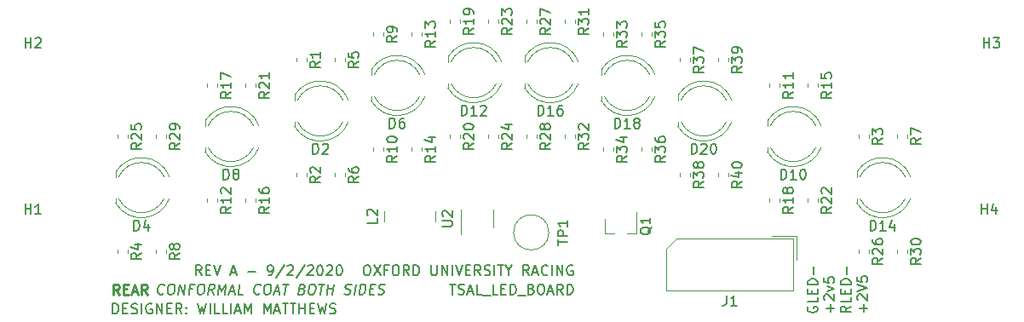
<source format=gbr>
G04 #@! TF.GenerationSoftware,KiCad,Pcbnew,5.1.5-52549c5~84~ubuntu18.04.1*
G04 #@! TF.CreationDate,2020-02-12T22:06:01+00:00*
G04 #@! TF.ProjectId,TSAL_LED,5453414c-5f4c-4454-942e-6b696361645f,rev?*
G04 #@! TF.SameCoordinates,Original*
G04 #@! TF.FileFunction,Legend,Top*
G04 #@! TF.FilePolarity,Positive*
%FSLAX46Y46*%
G04 Gerber Fmt 4.6, Leading zero omitted, Abs format (unit mm)*
G04 Created by KiCad (PCBNEW 5.1.5-52549c5~84~ubuntu18.04.1) date 2020-02-12 22:06:01*
%MOMM*%
%LPD*%
G04 APERTURE LIST*
%ADD10C,0.150000*%
%ADD11C,0.250000*%
%ADD12C,0.120000*%
G04 APERTURE END LIST*
D10*
X112490595Y-85812380D02*
X112681071Y-85812380D01*
X112776309Y-85860000D01*
X112871547Y-85955238D01*
X112919166Y-86145714D01*
X112919166Y-86479047D01*
X112871547Y-86669523D01*
X112776309Y-86764761D01*
X112681071Y-86812380D01*
X112490595Y-86812380D01*
X112395357Y-86764761D01*
X112300119Y-86669523D01*
X112252500Y-86479047D01*
X112252500Y-86145714D01*
X112300119Y-85955238D01*
X112395357Y-85860000D01*
X112490595Y-85812380D01*
X113252500Y-85812380D02*
X113919166Y-86812380D01*
X113919166Y-85812380D02*
X113252500Y-86812380D01*
X114633452Y-86288571D02*
X114300119Y-86288571D01*
X114300119Y-86812380D02*
X114300119Y-85812380D01*
X114776309Y-85812380D01*
X115347738Y-85812380D02*
X115538214Y-85812380D01*
X115633452Y-85860000D01*
X115728690Y-85955238D01*
X115776309Y-86145714D01*
X115776309Y-86479047D01*
X115728690Y-86669523D01*
X115633452Y-86764761D01*
X115538214Y-86812380D01*
X115347738Y-86812380D01*
X115252500Y-86764761D01*
X115157261Y-86669523D01*
X115109642Y-86479047D01*
X115109642Y-86145714D01*
X115157261Y-85955238D01*
X115252500Y-85860000D01*
X115347738Y-85812380D01*
X116776309Y-86812380D02*
X116442976Y-86336190D01*
X116204880Y-86812380D02*
X116204880Y-85812380D01*
X116585833Y-85812380D01*
X116681071Y-85860000D01*
X116728690Y-85907619D01*
X116776309Y-86002857D01*
X116776309Y-86145714D01*
X116728690Y-86240952D01*
X116681071Y-86288571D01*
X116585833Y-86336190D01*
X116204880Y-86336190D01*
X117204880Y-86812380D02*
X117204880Y-85812380D01*
X117442976Y-85812380D01*
X117585833Y-85860000D01*
X117681071Y-85955238D01*
X117728690Y-86050476D01*
X117776309Y-86240952D01*
X117776309Y-86383809D01*
X117728690Y-86574285D01*
X117681071Y-86669523D01*
X117585833Y-86764761D01*
X117442976Y-86812380D01*
X117204880Y-86812380D01*
X118966785Y-85812380D02*
X118966785Y-86621904D01*
X119014404Y-86717142D01*
X119062023Y-86764761D01*
X119157261Y-86812380D01*
X119347738Y-86812380D01*
X119442976Y-86764761D01*
X119490595Y-86717142D01*
X119538214Y-86621904D01*
X119538214Y-85812380D01*
X120014404Y-86812380D02*
X120014404Y-85812380D01*
X120585833Y-86812380D01*
X120585833Y-85812380D01*
X121062023Y-86812380D02*
X121062023Y-85812380D01*
X121395357Y-85812380D02*
X121728690Y-86812380D01*
X122062023Y-85812380D01*
X122395357Y-86288571D02*
X122728690Y-86288571D01*
X122871547Y-86812380D02*
X122395357Y-86812380D01*
X122395357Y-85812380D01*
X122871547Y-85812380D01*
X123871547Y-86812380D02*
X123538214Y-86336190D01*
X123300119Y-86812380D02*
X123300119Y-85812380D01*
X123681071Y-85812380D01*
X123776309Y-85860000D01*
X123823928Y-85907619D01*
X123871547Y-86002857D01*
X123871547Y-86145714D01*
X123823928Y-86240952D01*
X123776309Y-86288571D01*
X123681071Y-86336190D01*
X123300119Y-86336190D01*
X124252500Y-86764761D02*
X124395357Y-86812380D01*
X124633452Y-86812380D01*
X124728690Y-86764761D01*
X124776309Y-86717142D01*
X124823928Y-86621904D01*
X124823928Y-86526666D01*
X124776309Y-86431428D01*
X124728690Y-86383809D01*
X124633452Y-86336190D01*
X124442976Y-86288571D01*
X124347738Y-86240952D01*
X124300119Y-86193333D01*
X124252500Y-86098095D01*
X124252500Y-86002857D01*
X124300119Y-85907619D01*
X124347738Y-85860000D01*
X124442976Y-85812380D01*
X124681071Y-85812380D01*
X124823928Y-85860000D01*
X125252500Y-86812380D02*
X125252500Y-85812380D01*
X125585833Y-85812380D02*
X126157261Y-85812380D01*
X125871547Y-86812380D02*
X125871547Y-85812380D01*
X126681071Y-86336190D02*
X126681071Y-86812380D01*
X126347738Y-85812380D02*
X126681071Y-86336190D01*
X127014404Y-85812380D01*
X128681071Y-86812380D02*
X128347738Y-86336190D01*
X128109642Y-86812380D02*
X128109642Y-85812380D01*
X128490595Y-85812380D01*
X128585833Y-85860000D01*
X128633452Y-85907619D01*
X128681071Y-86002857D01*
X128681071Y-86145714D01*
X128633452Y-86240952D01*
X128585833Y-86288571D01*
X128490595Y-86336190D01*
X128109642Y-86336190D01*
X129062023Y-86526666D02*
X129538214Y-86526666D01*
X128966785Y-86812380D02*
X129300119Y-85812380D01*
X129633452Y-86812380D01*
X130538214Y-86717142D02*
X130490595Y-86764761D01*
X130347738Y-86812380D01*
X130252499Y-86812380D01*
X130109642Y-86764761D01*
X130014404Y-86669523D01*
X129966785Y-86574285D01*
X129919166Y-86383809D01*
X129919166Y-86240952D01*
X129966785Y-86050476D01*
X130014404Y-85955238D01*
X130109642Y-85860000D01*
X130252499Y-85812380D01*
X130347738Y-85812380D01*
X130490595Y-85860000D01*
X130538214Y-85907619D01*
X130966785Y-86812380D02*
X130966785Y-85812380D01*
X131442976Y-86812380D02*
X131442976Y-85812380D01*
X132014404Y-86812380D01*
X132014404Y-85812380D01*
X133014404Y-85860000D02*
X132919166Y-85812380D01*
X132776309Y-85812380D01*
X132633452Y-85860000D01*
X132538214Y-85955238D01*
X132490595Y-86050476D01*
X132442976Y-86240952D01*
X132442976Y-86383809D01*
X132490595Y-86574285D01*
X132538214Y-86669523D01*
X132633452Y-86764761D01*
X132776309Y-86812380D01*
X132871547Y-86812380D01*
X133014404Y-86764761D01*
X133062023Y-86717142D01*
X133062023Y-86383809D01*
X132871547Y-86383809D01*
D11*
X87967023Y-88717380D02*
X87633690Y-88241190D01*
X87395595Y-88717380D02*
X87395595Y-87717380D01*
X87776547Y-87717380D01*
X87871785Y-87765000D01*
X87919404Y-87812619D01*
X87967023Y-87907857D01*
X87967023Y-88050714D01*
X87919404Y-88145952D01*
X87871785Y-88193571D01*
X87776547Y-88241190D01*
X87395595Y-88241190D01*
X88395595Y-88193571D02*
X88728928Y-88193571D01*
X88871785Y-88717380D02*
X88395595Y-88717380D01*
X88395595Y-87717380D01*
X88871785Y-87717380D01*
X89252738Y-88431666D02*
X89728928Y-88431666D01*
X89157500Y-88717380D02*
X89490833Y-87717380D01*
X89824166Y-88717380D01*
X90728928Y-88717380D02*
X90395595Y-88241190D01*
X90157500Y-88717380D02*
X90157500Y-87717380D01*
X90538452Y-87717380D01*
X90633690Y-87765000D01*
X90681309Y-87812619D01*
X90728928Y-87907857D01*
X90728928Y-88050714D01*
X90681309Y-88145952D01*
X90633690Y-88193571D01*
X90538452Y-88241190D01*
X90157500Y-88241190D01*
D10*
X156410000Y-89945595D02*
X156362380Y-90040833D01*
X156362380Y-90183690D01*
X156410000Y-90326547D01*
X156505238Y-90421785D01*
X156600476Y-90469404D01*
X156790952Y-90517023D01*
X156933809Y-90517023D01*
X157124285Y-90469404D01*
X157219523Y-90421785D01*
X157314761Y-90326547D01*
X157362380Y-90183690D01*
X157362380Y-90088452D01*
X157314761Y-89945595D01*
X157267142Y-89897976D01*
X156933809Y-89897976D01*
X156933809Y-90088452D01*
X157362380Y-88993214D02*
X157362380Y-89469404D01*
X156362380Y-89469404D01*
X156838571Y-88659880D02*
X156838571Y-88326547D01*
X157362380Y-88183690D02*
X157362380Y-88659880D01*
X156362380Y-88659880D01*
X156362380Y-88183690D01*
X157362380Y-87755119D02*
X156362380Y-87755119D01*
X156362380Y-87517023D01*
X156410000Y-87374166D01*
X156505238Y-87278928D01*
X156600476Y-87231309D01*
X156790952Y-87183690D01*
X156933809Y-87183690D01*
X157124285Y-87231309D01*
X157219523Y-87278928D01*
X157314761Y-87374166D01*
X157362380Y-87517023D01*
X157362380Y-87755119D01*
X156981428Y-86755119D02*
X156981428Y-85993214D01*
X158631428Y-90469404D02*
X158631428Y-89707500D01*
X159012380Y-90088452D02*
X158250476Y-90088452D01*
X158107619Y-89278928D02*
X158060000Y-89231309D01*
X158012380Y-89136071D01*
X158012380Y-88897976D01*
X158060000Y-88802738D01*
X158107619Y-88755119D01*
X158202857Y-88707500D01*
X158298095Y-88707500D01*
X158440952Y-88755119D01*
X159012380Y-89326547D01*
X159012380Y-88707500D01*
X158345714Y-88374166D02*
X159012380Y-88136071D01*
X158345714Y-87897976D01*
X158012380Y-87040833D02*
X158012380Y-87517023D01*
X158488571Y-87564642D01*
X158440952Y-87517023D01*
X158393333Y-87421785D01*
X158393333Y-87183690D01*
X158440952Y-87088452D01*
X158488571Y-87040833D01*
X158583809Y-86993214D01*
X158821904Y-86993214D01*
X158917142Y-87040833D01*
X158964761Y-87088452D01*
X159012380Y-87183690D01*
X159012380Y-87421785D01*
X158964761Y-87517023D01*
X158917142Y-87564642D01*
X160662380Y-89897976D02*
X160186190Y-90231309D01*
X160662380Y-90469404D02*
X159662380Y-90469404D01*
X159662380Y-90088452D01*
X159710000Y-89993214D01*
X159757619Y-89945595D01*
X159852857Y-89897976D01*
X159995714Y-89897976D01*
X160090952Y-89945595D01*
X160138571Y-89993214D01*
X160186190Y-90088452D01*
X160186190Y-90469404D01*
X160662380Y-88993214D02*
X160662380Y-89469404D01*
X159662380Y-89469404D01*
X160138571Y-88659880D02*
X160138571Y-88326547D01*
X160662380Y-88183690D02*
X160662380Y-88659880D01*
X159662380Y-88659880D01*
X159662380Y-88183690D01*
X160662380Y-87755119D02*
X159662380Y-87755119D01*
X159662380Y-87517023D01*
X159710000Y-87374166D01*
X159805238Y-87278928D01*
X159900476Y-87231309D01*
X160090952Y-87183690D01*
X160233809Y-87183690D01*
X160424285Y-87231309D01*
X160519523Y-87278928D01*
X160614761Y-87374166D01*
X160662380Y-87517023D01*
X160662380Y-87755119D01*
X160281428Y-86755119D02*
X160281428Y-85993214D01*
X161931428Y-90469404D02*
X161931428Y-89707500D01*
X162312380Y-90088452D02*
X161550476Y-90088452D01*
X161407619Y-89278928D02*
X161360000Y-89231309D01*
X161312380Y-89136071D01*
X161312380Y-88897976D01*
X161360000Y-88802738D01*
X161407619Y-88755119D01*
X161502857Y-88707500D01*
X161598095Y-88707500D01*
X161740952Y-88755119D01*
X162312380Y-89326547D01*
X162312380Y-88707500D01*
X161312380Y-88421785D02*
X162312380Y-88088452D01*
X161312380Y-87755119D01*
X161312380Y-86945595D02*
X161312380Y-87421785D01*
X161788571Y-87469404D01*
X161740952Y-87421785D01*
X161693333Y-87326547D01*
X161693333Y-87088452D01*
X161740952Y-86993214D01*
X161788571Y-86945595D01*
X161883809Y-86897976D01*
X162121904Y-86897976D01*
X162217142Y-86945595D01*
X162264761Y-86993214D01*
X162312380Y-87088452D01*
X162312380Y-87326547D01*
X162264761Y-87421785D01*
X162217142Y-87469404D01*
X87330595Y-90622380D02*
X87330595Y-89622380D01*
X87568690Y-89622380D01*
X87711547Y-89670000D01*
X87806785Y-89765238D01*
X87854404Y-89860476D01*
X87902023Y-90050952D01*
X87902023Y-90193809D01*
X87854404Y-90384285D01*
X87806785Y-90479523D01*
X87711547Y-90574761D01*
X87568690Y-90622380D01*
X87330595Y-90622380D01*
X88330595Y-90098571D02*
X88663928Y-90098571D01*
X88806785Y-90622380D02*
X88330595Y-90622380D01*
X88330595Y-89622380D01*
X88806785Y-89622380D01*
X89187738Y-90574761D02*
X89330595Y-90622380D01*
X89568690Y-90622380D01*
X89663928Y-90574761D01*
X89711547Y-90527142D01*
X89759166Y-90431904D01*
X89759166Y-90336666D01*
X89711547Y-90241428D01*
X89663928Y-90193809D01*
X89568690Y-90146190D01*
X89378214Y-90098571D01*
X89282976Y-90050952D01*
X89235357Y-90003333D01*
X89187738Y-89908095D01*
X89187738Y-89812857D01*
X89235357Y-89717619D01*
X89282976Y-89670000D01*
X89378214Y-89622380D01*
X89616309Y-89622380D01*
X89759166Y-89670000D01*
X90187738Y-90622380D02*
X90187738Y-89622380D01*
X91187738Y-89670000D02*
X91092500Y-89622380D01*
X90949642Y-89622380D01*
X90806785Y-89670000D01*
X90711547Y-89765238D01*
X90663928Y-89860476D01*
X90616309Y-90050952D01*
X90616309Y-90193809D01*
X90663928Y-90384285D01*
X90711547Y-90479523D01*
X90806785Y-90574761D01*
X90949642Y-90622380D01*
X91044880Y-90622380D01*
X91187738Y-90574761D01*
X91235357Y-90527142D01*
X91235357Y-90193809D01*
X91044880Y-90193809D01*
X91663928Y-90622380D02*
X91663928Y-89622380D01*
X92235357Y-90622380D01*
X92235357Y-89622380D01*
X92711547Y-90098571D02*
X93044880Y-90098571D01*
X93187738Y-90622380D02*
X92711547Y-90622380D01*
X92711547Y-89622380D01*
X93187738Y-89622380D01*
X94187738Y-90622380D02*
X93854404Y-90146190D01*
X93616309Y-90622380D02*
X93616309Y-89622380D01*
X93997261Y-89622380D01*
X94092500Y-89670000D01*
X94140119Y-89717619D01*
X94187738Y-89812857D01*
X94187738Y-89955714D01*
X94140119Y-90050952D01*
X94092500Y-90098571D01*
X93997261Y-90146190D01*
X93616309Y-90146190D01*
X94616309Y-90527142D02*
X94663928Y-90574761D01*
X94616309Y-90622380D01*
X94568690Y-90574761D01*
X94616309Y-90527142D01*
X94616309Y-90622380D01*
X94616309Y-90003333D02*
X94663928Y-90050952D01*
X94616309Y-90098571D01*
X94568690Y-90050952D01*
X94616309Y-90003333D01*
X94616309Y-90098571D01*
X95759166Y-89622380D02*
X95997261Y-90622380D01*
X96187738Y-89908095D01*
X96378214Y-90622380D01*
X96616309Y-89622380D01*
X96997261Y-90622380D02*
X96997261Y-89622380D01*
X97949642Y-90622380D02*
X97473452Y-90622380D01*
X97473452Y-89622380D01*
X98759166Y-90622380D02*
X98282976Y-90622380D01*
X98282976Y-89622380D01*
X99092500Y-90622380D02*
X99092500Y-89622380D01*
X99521071Y-90336666D02*
X99997261Y-90336666D01*
X99425833Y-90622380D02*
X99759166Y-89622380D01*
X100092500Y-90622380D01*
X100425833Y-90622380D02*
X100425833Y-89622380D01*
X100759166Y-90336666D01*
X101092500Y-89622380D01*
X101092500Y-90622380D01*
X102330595Y-90622380D02*
X102330595Y-89622380D01*
X102663928Y-90336666D01*
X102997261Y-89622380D01*
X102997261Y-90622380D01*
X103425833Y-90336666D02*
X103902023Y-90336666D01*
X103330595Y-90622380D02*
X103663928Y-89622380D01*
X103997261Y-90622380D01*
X104187738Y-89622380D02*
X104759166Y-89622380D01*
X104473452Y-90622380D02*
X104473452Y-89622380D01*
X104949642Y-89622380D02*
X105521071Y-89622380D01*
X105235357Y-90622380D02*
X105235357Y-89622380D01*
X105854404Y-90622380D02*
X105854404Y-89622380D01*
X105854404Y-90098571D02*
X106425833Y-90098571D01*
X106425833Y-90622380D02*
X106425833Y-89622380D01*
X106902023Y-90098571D02*
X107235357Y-90098571D01*
X107378214Y-90622380D02*
X106902023Y-90622380D01*
X106902023Y-89622380D01*
X107378214Y-89622380D01*
X107711547Y-89622380D02*
X107949642Y-90622380D01*
X108140119Y-89908095D01*
X108330595Y-90622380D01*
X108568690Y-89622380D01*
X108902023Y-90574761D02*
X109044880Y-90622380D01*
X109282976Y-90622380D01*
X109378214Y-90574761D01*
X109425833Y-90527142D01*
X109473452Y-90431904D01*
X109473452Y-90336666D01*
X109425833Y-90241428D01*
X109378214Y-90193809D01*
X109282976Y-90146190D01*
X109092500Y-90098571D01*
X108997261Y-90050952D01*
X108949642Y-90003333D01*
X108902023Y-89908095D01*
X108902023Y-89812857D01*
X108949642Y-89717619D01*
X108997261Y-89670000D01*
X109092500Y-89622380D01*
X109330595Y-89622380D01*
X109473452Y-89670000D01*
X96157023Y-86812380D02*
X95823690Y-86336190D01*
X95585595Y-86812380D02*
X95585595Y-85812380D01*
X95966547Y-85812380D01*
X96061785Y-85860000D01*
X96109404Y-85907619D01*
X96157023Y-86002857D01*
X96157023Y-86145714D01*
X96109404Y-86240952D01*
X96061785Y-86288571D01*
X95966547Y-86336190D01*
X95585595Y-86336190D01*
X96585595Y-86288571D02*
X96918928Y-86288571D01*
X97061785Y-86812380D02*
X96585595Y-86812380D01*
X96585595Y-85812380D01*
X97061785Y-85812380D01*
X97347500Y-85812380D02*
X97680833Y-86812380D01*
X98014166Y-85812380D01*
X99061785Y-86526666D02*
X99537976Y-86526666D01*
X98966547Y-86812380D02*
X99299880Y-85812380D01*
X99633214Y-86812380D01*
X100728452Y-86431428D02*
X101490357Y-86431428D01*
X102776071Y-86812380D02*
X102966547Y-86812380D01*
X103061785Y-86764761D01*
X103109404Y-86717142D01*
X103204642Y-86574285D01*
X103252261Y-86383809D01*
X103252261Y-86002857D01*
X103204642Y-85907619D01*
X103157023Y-85860000D01*
X103061785Y-85812380D01*
X102871309Y-85812380D01*
X102776071Y-85860000D01*
X102728452Y-85907619D01*
X102680833Y-86002857D01*
X102680833Y-86240952D01*
X102728452Y-86336190D01*
X102776071Y-86383809D01*
X102871309Y-86431428D01*
X103061785Y-86431428D01*
X103157023Y-86383809D01*
X103204642Y-86336190D01*
X103252261Y-86240952D01*
X104395119Y-85764761D02*
X103537976Y-87050476D01*
X104680833Y-85907619D02*
X104728452Y-85860000D01*
X104823690Y-85812380D01*
X105061785Y-85812380D01*
X105157023Y-85860000D01*
X105204642Y-85907619D01*
X105252261Y-86002857D01*
X105252261Y-86098095D01*
X105204642Y-86240952D01*
X104633214Y-86812380D01*
X105252261Y-86812380D01*
X106395119Y-85764761D02*
X105537976Y-87050476D01*
X106680833Y-85907619D02*
X106728452Y-85860000D01*
X106823690Y-85812380D01*
X107061785Y-85812380D01*
X107157023Y-85860000D01*
X107204642Y-85907619D01*
X107252261Y-86002857D01*
X107252261Y-86098095D01*
X107204642Y-86240952D01*
X106633214Y-86812380D01*
X107252261Y-86812380D01*
X107871309Y-85812380D02*
X107966547Y-85812380D01*
X108061785Y-85860000D01*
X108109404Y-85907619D01*
X108157023Y-86002857D01*
X108204642Y-86193333D01*
X108204642Y-86431428D01*
X108157023Y-86621904D01*
X108109404Y-86717142D01*
X108061785Y-86764761D01*
X107966547Y-86812380D01*
X107871309Y-86812380D01*
X107776071Y-86764761D01*
X107728452Y-86717142D01*
X107680833Y-86621904D01*
X107633214Y-86431428D01*
X107633214Y-86193333D01*
X107680833Y-86002857D01*
X107728452Y-85907619D01*
X107776071Y-85860000D01*
X107871309Y-85812380D01*
X108585595Y-85907619D02*
X108633214Y-85860000D01*
X108728452Y-85812380D01*
X108966547Y-85812380D01*
X109061785Y-85860000D01*
X109109404Y-85907619D01*
X109157023Y-86002857D01*
X109157023Y-86098095D01*
X109109404Y-86240952D01*
X108537976Y-86812380D01*
X109157023Y-86812380D01*
X109776071Y-85812380D02*
X109871309Y-85812380D01*
X109966547Y-85860000D01*
X110014166Y-85907619D01*
X110061785Y-86002857D01*
X110109404Y-86193333D01*
X110109404Y-86431428D01*
X110061785Y-86621904D01*
X110014166Y-86717142D01*
X109966547Y-86764761D01*
X109871309Y-86812380D01*
X109776071Y-86812380D01*
X109680833Y-86764761D01*
X109633214Y-86717142D01*
X109585595Y-86621904D01*
X109537976Y-86431428D01*
X109537976Y-86193333D01*
X109585595Y-86002857D01*
X109633214Y-85907619D01*
X109680833Y-85860000D01*
X109776071Y-85812380D01*
X92364880Y-88622142D02*
X92311309Y-88669761D01*
X92162500Y-88717380D01*
X92067261Y-88717380D01*
X91930357Y-88669761D01*
X91847023Y-88574523D01*
X91811309Y-88479285D01*
X91787500Y-88288809D01*
X91805357Y-88145952D01*
X91876785Y-87955476D01*
X91936309Y-87860238D01*
X92043452Y-87765000D01*
X92192261Y-87717380D01*
X92287500Y-87717380D01*
X92424404Y-87765000D01*
X92466071Y-87812619D01*
X93097023Y-87717380D02*
X93287500Y-87717380D01*
X93376785Y-87765000D01*
X93460119Y-87860238D01*
X93483928Y-88050714D01*
X93442261Y-88384047D01*
X93370833Y-88574523D01*
X93263690Y-88669761D01*
X93162500Y-88717380D01*
X92972023Y-88717380D01*
X92882738Y-88669761D01*
X92799404Y-88574523D01*
X92775595Y-88384047D01*
X92817261Y-88050714D01*
X92888690Y-87860238D01*
X92995833Y-87765000D01*
X93097023Y-87717380D01*
X93829166Y-88717380D02*
X93954166Y-87717380D01*
X94400595Y-88717380D01*
X94525595Y-87717380D01*
X95275595Y-88193571D02*
X94942261Y-88193571D01*
X94876785Y-88717380D02*
X95001785Y-87717380D01*
X95477976Y-87717380D01*
X96049404Y-87717380D02*
X96239880Y-87717380D01*
X96329166Y-87765000D01*
X96412500Y-87860238D01*
X96436309Y-88050714D01*
X96394642Y-88384047D01*
X96323214Y-88574523D01*
X96216071Y-88669761D01*
X96114880Y-88717380D01*
X95924404Y-88717380D01*
X95835119Y-88669761D01*
X95751785Y-88574523D01*
X95727976Y-88384047D01*
X95769642Y-88050714D01*
X95841071Y-87860238D01*
X95948214Y-87765000D01*
X96049404Y-87717380D01*
X97352976Y-88717380D02*
X97079166Y-88241190D01*
X96781547Y-88717380D02*
X96906547Y-87717380D01*
X97287500Y-87717380D01*
X97376785Y-87765000D01*
X97418452Y-87812619D01*
X97454166Y-87907857D01*
X97436309Y-88050714D01*
X97376785Y-88145952D01*
X97323214Y-88193571D01*
X97222023Y-88241190D01*
X96841071Y-88241190D01*
X97781547Y-88717380D02*
X97906547Y-87717380D01*
X98150595Y-88431666D01*
X98573214Y-87717380D01*
X98448214Y-88717380D01*
X98912500Y-88431666D02*
X99388690Y-88431666D01*
X98781547Y-88717380D02*
X99239880Y-87717380D01*
X99448214Y-88717380D01*
X100257738Y-88717380D02*
X99781547Y-88717380D01*
X99906547Y-87717380D01*
X101936309Y-88622142D02*
X101882738Y-88669761D01*
X101733928Y-88717380D01*
X101638690Y-88717380D01*
X101501785Y-88669761D01*
X101418452Y-88574523D01*
X101382738Y-88479285D01*
X101358928Y-88288809D01*
X101376785Y-88145952D01*
X101448214Y-87955476D01*
X101507738Y-87860238D01*
X101614880Y-87765000D01*
X101763690Y-87717380D01*
X101858928Y-87717380D01*
X101995833Y-87765000D01*
X102037500Y-87812619D01*
X102668452Y-87717380D02*
X102858928Y-87717380D01*
X102948214Y-87765000D01*
X103031547Y-87860238D01*
X103055357Y-88050714D01*
X103013690Y-88384047D01*
X102942261Y-88574523D01*
X102835119Y-88669761D01*
X102733928Y-88717380D01*
X102543452Y-88717380D01*
X102454166Y-88669761D01*
X102370833Y-88574523D01*
X102347023Y-88384047D01*
X102388690Y-88050714D01*
X102460119Y-87860238D01*
X102567261Y-87765000D01*
X102668452Y-87717380D01*
X103388690Y-88431666D02*
X103864880Y-88431666D01*
X103257738Y-88717380D02*
X103716071Y-87717380D01*
X103924404Y-88717380D01*
X104239880Y-87717380D02*
X104811309Y-87717380D01*
X104400595Y-88717380D02*
X104525595Y-87717380D01*
X106180357Y-88193571D02*
X106317261Y-88241190D01*
X106358928Y-88288809D01*
X106394642Y-88384047D01*
X106376785Y-88526904D01*
X106317261Y-88622142D01*
X106263690Y-88669761D01*
X106162500Y-88717380D01*
X105781547Y-88717380D01*
X105906547Y-87717380D01*
X106239880Y-87717380D01*
X106329166Y-87765000D01*
X106370833Y-87812619D01*
X106406547Y-87907857D01*
X106394642Y-88003095D01*
X106335119Y-88098333D01*
X106281547Y-88145952D01*
X106180357Y-88193571D01*
X105847023Y-88193571D01*
X107097023Y-87717380D02*
X107287500Y-87717380D01*
X107376785Y-87765000D01*
X107460119Y-87860238D01*
X107483928Y-88050714D01*
X107442261Y-88384047D01*
X107370833Y-88574523D01*
X107263690Y-88669761D01*
X107162500Y-88717380D01*
X106972023Y-88717380D01*
X106882738Y-88669761D01*
X106799404Y-88574523D01*
X106775595Y-88384047D01*
X106817261Y-88050714D01*
X106888690Y-87860238D01*
X106995833Y-87765000D01*
X107097023Y-87717380D01*
X107811309Y-87717380D02*
X108382738Y-87717380D01*
X107972023Y-88717380D02*
X108097023Y-87717380D01*
X108591071Y-88717380D02*
X108716071Y-87717380D01*
X108656547Y-88193571D02*
X109227976Y-88193571D01*
X109162500Y-88717380D02*
X109287500Y-87717380D01*
X110358928Y-88669761D02*
X110495833Y-88717380D01*
X110733928Y-88717380D01*
X110835119Y-88669761D01*
X110888690Y-88622142D01*
X110948214Y-88526904D01*
X110960119Y-88431666D01*
X110924404Y-88336428D01*
X110882738Y-88288809D01*
X110793452Y-88241190D01*
X110608928Y-88193571D01*
X110519642Y-88145952D01*
X110477976Y-88098333D01*
X110442261Y-88003095D01*
X110454166Y-87907857D01*
X110513690Y-87812619D01*
X110567261Y-87765000D01*
X110668452Y-87717380D01*
X110906547Y-87717380D01*
X111043452Y-87765000D01*
X111352976Y-88717380D02*
X111477976Y-87717380D01*
X111829166Y-88717380D02*
X111954166Y-87717380D01*
X112192261Y-87717380D01*
X112329166Y-87765000D01*
X112412500Y-87860238D01*
X112448214Y-87955476D01*
X112472023Y-88145952D01*
X112454166Y-88288809D01*
X112382738Y-88479285D01*
X112323214Y-88574523D01*
X112216071Y-88669761D01*
X112067261Y-88717380D01*
X111829166Y-88717380D01*
X112894642Y-88193571D02*
X113227976Y-88193571D01*
X113305357Y-88717380D02*
X112829166Y-88717380D01*
X112954166Y-87717380D01*
X113430357Y-87717380D01*
X113692261Y-88669761D02*
X113829166Y-88717380D01*
X114067261Y-88717380D01*
X114168452Y-88669761D01*
X114222023Y-88622142D01*
X114281547Y-88526904D01*
X114293452Y-88431666D01*
X114257738Y-88336428D01*
X114216071Y-88288809D01*
X114126785Y-88241190D01*
X113942261Y-88193571D01*
X113852976Y-88145952D01*
X113811309Y-88098333D01*
X113775595Y-88003095D01*
X113787500Y-87907857D01*
X113847023Y-87812619D01*
X113900595Y-87765000D01*
X114001785Y-87717380D01*
X114239880Y-87717380D01*
X114376785Y-87765000D01*
X120823928Y-87717380D02*
X121395357Y-87717380D01*
X121109642Y-88717380D02*
X121109642Y-87717380D01*
X121681071Y-88669761D02*
X121823928Y-88717380D01*
X122062023Y-88717380D01*
X122157261Y-88669761D01*
X122204880Y-88622142D01*
X122252500Y-88526904D01*
X122252500Y-88431666D01*
X122204880Y-88336428D01*
X122157261Y-88288809D01*
X122062023Y-88241190D01*
X121871547Y-88193571D01*
X121776309Y-88145952D01*
X121728690Y-88098333D01*
X121681071Y-88003095D01*
X121681071Y-87907857D01*
X121728690Y-87812619D01*
X121776309Y-87765000D01*
X121871547Y-87717380D01*
X122109642Y-87717380D01*
X122252500Y-87765000D01*
X122633452Y-88431666D02*
X123109642Y-88431666D01*
X122538214Y-88717380D02*
X122871547Y-87717380D01*
X123204880Y-88717380D01*
X124014404Y-88717380D02*
X123538214Y-88717380D01*
X123538214Y-87717380D01*
X124109642Y-88812619D02*
X124871547Y-88812619D01*
X125585833Y-88717380D02*
X125109642Y-88717380D01*
X125109642Y-87717380D01*
X125919166Y-88193571D02*
X126252500Y-88193571D01*
X126395357Y-88717380D02*
X125919166Y-88717380D01*
X125919166Y-87717380D01*
X126395357Y-87717380D01*
X126823928Y-88717380D02*
X126823928Y-87717380D01*
X127062023Y-87717380D01*
X127204880Y-87765000D01*
X127300119Y-87860238D01*
X127347738Y-87955476D01*
X127395357Y-88145952D01*
X127395357Y-88288809D01*
X127347738Y-88479285D01*
X127300119Y-88574523D01*
X127204880Y-88669761D01*
X127062023Y-88717380D01*
X126823928Y-88717380D01*
X127585833Y-88812619D02*
X128347738Y-88812619D01*
X128919166Y-88193571D02*
X129062023Y-88241190D01*
X129109642Y-88288809D01*
X129157261Y-88384047D01*
X129157261Y-88526904D01*
X129109642Y-88622142D01*
X129062023Y-88669761D01*
X128966785Y-88717380D01*
X128585833Y-88717380D01*
X128585833Y-87717380D01*
X128919166Y-87717380D01*
X129014404Y-87765000D01*
X129062023Y-87812619D01*
X129109642Y-87907857D01*
X129109642Y-88003095D01*
X129062023Y-88098333D01*
X129014404Y-88145952D01*
X128919166Y-88193571D01*
X128585833Y-88193571D01*
X129776309Y-87717380D02*
X129966785Y-87717380D01*
X130062023Y-87765000D01*
X130157261Y-87860238D01*
X130204880Y-88050714D01*
X130204880Y-88384047D01*
X130157261Y-88574523D01*
X130062023Y-88669761D01*
X129966785Y-88717380D01*
X129776309Y-88717380D01*
X129681071Y-88669761D01*
X129585833Y-88574523D01*
X129538214Y-88384047D01*
X129538214Y-88050714D01*
X129585833Y-87860238D01*
X129681071Y-87765000D01*
X129776309Y-87717380D01*
X130585833Y-88431666D02*
X131062023Y-88431666D01*
X130490595Y-88717380D02*
X130823928Y-87717380D01*
X131157261Y-88717380D01*
X132062023Y-88717380D02*
X131728690Y-88241190D01*
X131490595Y-88717380D02*
X131490595Y-87717380D01*
X131871547Y-87717380D01*
X131966785Y-87765000D01*
X132014404Y-87812619D01*
X132062023Y-87907857D01*
X132062023Y-88050714D01*
X132014404Y-88145952D01*
X131966785Y-88193571D01*
X131871547Y-88241190D01*
X131490595Y-88241190D01*
X132490595Y-88717380D02*
X132490595Y-87717380D01*
X132728690Y-87717380D01*
X132871547Y-87765000D01*
X132966785Y-87860238D01*
X133014404Y-87955476D01*
X133062023Y-88145952D01*
X133062023Y-88288809D01*
X133014404Y-88479285D01*
X132966785Y-88574523D01*
X132871547Y-88669761D01*
X132728690Y-88717380D01*
X132490595Y-88717380D01*
D12*
X130655000Y-82550000D02*
G75*
G03X130655000Y-82550000I-1750000J0D01*
G01*
X136215000Y-82675000D02*
X136215000Y-81215000D01*
X139375000Y-82675000D02*
X139375000Y-80515000D01*
X139375000Y-82675000D02*
X138445000Y-82675000D01*
X136215000Y-82675000D02*
X137145000Y-82675000D01*
X121900000Y-80300000D02*
X121900000Y-82750000D01*
X125120000Y-82100000D02*
X125120000Y-80300000D01*
X119350000Y-81467500D02*
X119350000Y-80467500D01*
X114330000Y-81467500D02*
X114330000Y-80467500D01*
X147445000Y-76663733D02*
X147445000Y-77006267D01*
X148465000Y-76663733D02*
X148465000Y-77006267D01*
X147445000Y-65233733D02*
X147445000Y-65576267D01*
X148465000Y-65233733D02*
X148465000Y-65576267D01*
X132205000Y-72853733D02*
X132205000Y-73196267D01*
X133225000Y-72853733D02*
X133225000Y-73196267D01*
X132205000Y-61423733D02*
X132205000Y-61766267D01*
X133225000Y-61423733D02*
X133225000Y-61766267D01*
X124585000Y-72853733D02*
X124585000Y-73196267D01*
X125605000Y-72853733D02*
X125605000Y-73196267D01*
X124585000Y-61423733D02*
X124585000Y-61766267D01*
X125605000Y-61423733D02*
X125605000Y-61766267D01*
X109345000Y-76663733D02*
X109345000Y-77006267D01*
X110365000Y-76663733D02*
X110365000Y-77006267D01*
X143635000Y-76663733D02*
X143635000Y-77006267D01*
X144655000Y-76663733D02*
X144655000Y-77006267D01*
X143635000Y-65233733D02*
X143635000Y-65576267D01*
X144655000Y-65233733D02*
X144655000Y-65576267D01*
X139825000Y-74123733D02*
X139825000Y-74466267D01*
X140845000Y-74123733D02*
X140845000Y-74466267D01*
X139825000Y-62693733D02*
X139825000Y-63036267D01*
X140845000Y-62693733D02*
X140845000Y-63036267D01*
X136015000Y-74123733D02*
X136015000Y-74466267D01*
X137035000Y-74123733D02*
X137035000Y-74466267D01*
X136015000Y-62693733D02*
X136015000Y-63036267D01*
X137035000Y-62693733D02*
X137035000Y-63036267D01*
X165225000Y-84283733D02*
X165225000Y-84626267D01*
X166245000Y-84283733D02*
X166245000Y-84626267D01*
X91565000Y-72853733D02*
X91565000Y-73196267D01*
X92585000Y-72853733D02*
X92585000Y-73196267D01*
X128395000Y-72853733D02*
X128395000Y-73196267D01*
X129415000Y-72853733D02*
X129415000Y-73196267D01*
X128395000Y-61423733D02*
X128395000Y-61766267D01*
X129415000Y-61423733D02*
X129415000Y-61766267D01*
X161415000Y-84283733D02*
X161415000Y-84626267D01*
X162435000Y-84283733D02*
X162435000Y-84626267D01*
X87755000Y-72853733D02*
X87755000Y-73196267D01*
X88775000Y-72853733D02*
X88775000Y-73196267D01*
X156335000Y-79203733D02*
X156335000Y-79546267D01*
X157355000Y-79203733D02*
X157355000Y-79546267D01*
X100455000Y-67773733D02*
X100455000Y-68116267D01*
X101475000Y-67773733D02*
X101475000Y-68116267D01*
X120775000Y-72853733D02*
X120775000Y-73196267D01*
X121795000Y-72853733D02*
X121795000Y-73196267D01*
X120775000Y-61423733D02*
X120775000Y-61766267D01*
X121795000Y-61423733D02*
X121795000Y-61766267D01*
X152525000Y-79203733D02*
X152525000Y-79546267D01*
X153545000Y-79203733D02*
X153545000Y-79546267D01*
X96645000Y-67773733D02*
X96645000Y-68116267D01*
X97665000Y-67773733D02*
X97665000Y-68116267D01*
X100455000Y-79203733D02*
X100455000Y-79546267D01*
X101475000Y-79203733D02*
X101475000Y-79546267D01*
X156335000Y-67773733D02*
X156335000Y-68116267D01*
X157355000Y-67773733D02*
X157355000Y-68116267D01*
X116965000Y-74123733D02*
X116965000Y-74466267D01*
X117985000Y-74123733D02*
X117985000Y-74466267D01*
X116965000Y-62693733D02*
X116965000Y-63036267D01*
X117985000Y-62693733D02*
X117985000Y-63036267D01*
X96645000Y-79203733D02*
X96645000Y-79546267D01*
X97665000Y-79203733D02*
X97665000Y-79546267D01*
X152525000Y-67773733D02*
X152525000Y-68116267D01*
X153545000Y-67773733D02*
X153545000Y-68116267D01*
X113155000Y-74123733D02*
X113155000Y-74466267D01*
X114175000Y-74123733D02*
X114175000Y-74466267D01*
X113155000Y-62693733D02*
X113155000Y-63036267D01*
X114175000Y-62693733D02*
X114175000Y-63036267D01*
X91565000Y-84283733D02*
X91565000Y-84626267D01*
X92585000Y-84283733D02*
X92585000Y-84626267D01*
X165225000Y-72853733D02*
X165225000Y-73196267D01*
X166245000Y-72853733D02*
X166245000Y-73196267D01*
X109345000Y-65233733D02*
X109345000Y-65576267D01*
X110365000Y-65233733D02*
X110365000Y-65576267D01*
X87755000Y-84283733D02*
X87755000Y-84626267D01*
X88775000Y-84283733D02*
X88775000Y-84626267D01*
X161415000Y-72853733D02*
X161415000Y-73196267D01*
X162435000Y-72853733D02*
X162435000Y-73196267D01*
X105535000Y-76663733D02*
X105535000Y-77006267D01*
X106555000Y-76663733D02*
X106555000Y-77006267D01*
X105535000Y-65233733D02*
X105535000Y-65576267D01*
X106555000Y-65233733D02*
X106555000Y-65576267D01*
X155260000Y-82880000D02*
X152850000Y-82880000D01*
X155260000Y-85290000D02*
X155260000Y-82880000D01*
X142340000Y-88300000D02*
X154960000Y-88300000D01*
X142340000Y-84180000D02*
X142340000Y-88300000D01*
X143340000Y-83180000D02*
X142340000Y-84180000D01*
X154960000Y-83180000D02*
X143340000Y-83180000D01*
X154960000Y-88300000D02*
X154960000Y-83180000D01*
X143490000Y-71565000D02*
X143490000Y-72030000D01*
X143490000Y-68940000D02*
X143490000Y-69405000D01*
X148304479Y-71565429D02*
G75*
G02X143795316Y-71565000I-2254479J1080429D01*
G01*
X148304479Y-69404571D02*
G75*
G03X143795316Y-69405000I-2254479J-1080429D01*
G01*
X148837815Y-71565827D02*
G75*
G02X143490000Y-72029830I-2787815J1080827D01*
G01*
X148837815Y-69404173D02*
G75*
G03X143490000Y-68940170I-2787815J-1080827D01*
G01*
X135870000Y-69025000D02*
X135870000Y-69490000D01*
X135870000Y-66400000D02*
X135870000Y-66865000D01*
X140684479Y-69025429D02*
G75*
G02X136175316Y-69025000I-2254479J1080429D01*
G01*
X140684479Y-66864571D02*
G75*
G03X136175316Y-66865000I-2254479J-1080429D01*
G01*
X141217815Y-69025827D02*
G75*
G02X135870000Y-69489830I-2787815J1080827D01*
G01*
X141217815Y-66864173D02*
G75*
G03X135870000Y-66400170I-2787815J-1080827D01*
G01*
X128250000Y-67755000D02*
X128250000Y-68220000D01*
X128250000Y-65130000D02*
X128250000Y-65595000D01*
X133064479Y-67755429D02*
G75*
G02X128555316Y-67755000I-2254479J1080429D01*
G01*
X133064479Y-65594571D02*
G75*
G03X128555316Y-65595000I-2254479J-1080429D01*
G01*
X133597815Y-67755827D02*
G75*
G02X128250000Y-68219830I-2787815J1080827D01*
G01*
X133597815Y-65594173D02*
G75*
G03X128250000Y-65130170I-2787815J-1080827D01*
G01*
X161270000Y-79185000D02*
X161270000Y-79650000D01*
X161270000Y-76560000D02*
X161270000Y-77025000D01*
X166084479Y-79185429D02*
G75*
G02X161575316Y-79185000I-2254479J1080429D01*
G01*
X166084479Y-77024571D02*
G75*
G03X161575316Y-77025000I-2254479J-1080429D01*
G01*
X166617815Y-79185827D02*
G75*
G02X161270000Y-79649830I-2787815J1080827D01*
G01*
X166617815Y-77024173D02*
G75*
G03X161270000Y-76560170I-2787815J-1080827D01*
G01*
X120630000Y-67755000D02*
X120630000Y-68220000D01*
X120630000Y-65130000D02*
X120630000Y-65595000D01*
X125444479Y-67755429D02*
G75*
G02X120935316Y-67755000I-2254479J1080429D01*
G01*
X125444479Y-65594571D02*
G75*
G03X120935316Y-65595000I-2254479J-1080429D01*
G01*
X125977815Y-67755827D02*
G75*
G02X120630000Y-68219830I-2787815J1080827D01*
G01*
X125977815Y-65594173D02*
G75*
G03X120630000Y-65130170I-2787815J-1080827D01*
G01*
X152380000Y-74105000D02*
X152380000Y-74570000D01*
X152380000Y-71480000D02*
X152380000Y-71945000D01*
X157194479Y-74105429D02*
G75*
G02X152685316Y-74105000I-2254479J1080429D01*
G01*
X157194479Y-71944571D02*
G75*
G03X152685316Y-71945000I-2254479J-1080429D01*
G01*
X157727815Y-74105827D02*
G75*
G02X152380000Y-74569830I-2787815J1080827D01*
G01*
X157727815Y-71944173D02*
G75*
G03X152380000Y-71480170I-2787815J-1080827D01*
G01*
X96500000Y-74105000D02*
X96500000Y-74570000D01*
X96500000Y-71480000D02*
X96500000Y-71945000D01*
X101314479Y-74105429D02*
G75*
G02X96805316Y-74105000I-2254479J1080429D01*
G01*
X101314479Y-71944571D02*
G75*
G03X96805316Y-71945000I-2254479J-1080429D01*
G01*
X101847815Y-74105827D02*
G75*
G02X96500000Y-74569830I-2787815J1080827D01*
G01*
X101847815Y-71944173D02*
G75*
G03X96500000Y-71480170I-2787815J-1080827D01*
G01*
X113010000Y-69025000D02*
X113010000Y-69490000D01*
X113010000Y-66400000D02*
X113010000Y-66865000D01*
X117824479Y-69025429D02*
G75*
G02X113315316Y-69025000I-2254479J1080429D01*
G01*
X117824479Y-66864571D02*
G75*
G03X113315316Y-66865000I-2254479J-1080429D01*
G01*
X118357815Y-69025827D02*
G75*
G02X113010000Y-69489830I-2787815J1080827D01*
G01*
X118357815Y-66864173D02*
G75*
G03X113010000Y-66400170I-2787815J-1080827D01*
G01*
X87610000Y-79185000D02*
X87610000Y-79650000D01*
X87610000Y-76560000D02*
X87610000Y-77025000D01*
X92424479Y-79185429D02*
G75*
G02X87915316Y-79185000I-2254479J1080429D01*
G01*
X92424479Y-77024571D02*
G75*
G03X87915316Y-77025000I-2254479J-1080429D01*
G01*
X92957815Y-79185827D02*
G75*
G02X87610000Y-79649830I-2787815J1080827D01*
G01*
X92957815Y-77024173D02*
G75*
G03X87610000Y-76560170I-2787815J-1080827D01*
G01*
X105390000Y-71565000D02*
X105390000Y-72030000D01*
X105390000Y-68940000D02*
X105390000Y-69405000D01*
X110204479Y-71565429D02*
G75*
G02X105695316Y-71565000I-2254479J1080429D01*
G01*
X110204479Y-69404571D02*
G75*
G03X105695316Y-69405000I-2254479J-1080429D01*
G01*
X110737815Y-71565827D02*
G75*
G02X105390000Y-72029830I-2787815J1080827D01*
G01*
X110737815Y-69404173D02*
G75*
G03X105390000Y-68940170I-2787815J-1080827D01*
G01*
D10*
X131532380Y-83811904D02*
X131532380Y-83240476D01*
X132532380Y-83526190D02*
X131532380Y-83526190D01*
X132532380Y-82907142D02*
X131532380Y-82907142D01*
X131532380Y-82526190D01*
X131580000Y-82430952D01*
X131627619Y-82383333D01*
X131722857Y-82335714D01*
X131865714Y-82335714D01*
X131960952Y-82383333D01*
X132008571Y-82430952D01*
X132056190Y-82526190D01*
X132056190Y-82907142D01*
X132532380Y-81383333D02*
X132532380Y-81954761D01*
X132532380Y-81669047D02*
X131532380Y-81669047D01*
X131675238Y-81764285D01*
X131770476Y-81859523D01*
X131818095Y-81954761D01*
X140842619Y-82010238D02*
X140795000Y-82105476D01*
X140699761Y-82200714D01*
X140556904Y-82343571D01*
X140509285Y-82438809D01*
X140509285Y-82534047D01*
X140747380Y-82486428D02*
X140699761Y-82581666D01*
X140604523Y-82676904D01*
X140414047Y-82724523D01*
X140080714Y-82724523D01*
X139890238Y-82676904D01*
X139795000Y-82581666D01*
X139747380Y-82486428D01*
X139747380Y-82295952D01*
X139795000Y-82200714D01*
X139890238Y-82105476D01*
X140080714Y-82057857D01*
X140414047Y-82057857D01*
X140604523Y-82105476D01*
X140699761Y-82200714D01*
X140747380Y-82295952D01*
X140747380Y-82486428D01*
X140747380Y-81105476D02*
X140747380Y-81676904D01*
X140747380Y-81391190D02*
X139747380Y-81391190D01*
X139890238Y-81486428D01*
X139985476Y-81581666D01*
X140033095Y-81676904D01*
X120062380Y-81961904D02*
X120871904Y-81961904D01*
X120967142Y-81914285D01*
X121014761Y-81866666D01*
X121062380Y-81771428D01*
X121062380Y-81580952D01*
X121014761Y-81485714D01*
X120967142Y-81438095D01*
X120871904Y-81390476D01*
X120062380Y-81390476D01*
X120157619Y-80961904D02*
X120110000Y-80914285D01*
X120062380Y-80819047D01*
X120062380Y-80580952D01*
X120110000Y-80485714D01*
X120157619Y-80438095D01*
X120252857Y-80390476D01*
X120348095Y-80390476D01*
X120490952Y-80438095D01*
X121062380Y-81009523D01*
X121062380Y-80390476D01*
X113592380Y-81134166D02*
X113592380Y-81610357D01*
X112592380Y-81610357D01*
X112687619Y-80848452D02*
X112640000Y-80800833D01*
X112592380Y-80705595D01*
X112592380Y-80467500D01*
X112640000Y-80372261D01*
X112687619Y-80324642D01*
X112782857Y-80277023D01*
X112878095Y-80277023D01*
X113020952Y-80324642D01*
X113592380Y-80896071D01*
X113592380Y-80277023D01*
X149837380Y-77477857D02*
X149361190Y-77811190D01*
X149837380Y-78049285D02*
X148837380Y-78049285D01*
X148837380Y-77668333D01*
X148885000Y-77573095D01*
X148932619Y-77525476D01*
X149027857Y-77477857D01*
X149170714Y-77477857D01*
X149265952Y-77525476D01*
X149313571Y-77573095D01*
X149361190Y-77668333D01*
X149361190Y-78049285D01*
X149170714Y-76620714D02*
X149837380Y-76620714D01*
X148789761Y-76858809D02*
X149504047Y-77096904D01*
X149504047Y-76477857D01*
X148837380Y-75906428D02*
X148837380Y-75811190D01*
X148885000Y-75715952D01*
X148932619Y-75668333D01*
X149027857Y-75620714D01*
X149218333Y-75573095D01*
X149456428Y-75573095D01*
X149646904Y-75620714D01*
X149742142Y-75668333D01*
X149789761Y-75715952D01*
X149837380Y-75811190D01*
X149837380Y-75906428D01*
X149789761Y-76001666D01*
X149742142Y-76049285D01*
X149646904Y-76096904D01*
X149456428Y-76144523D01*
X149218333Y-76144523D01*
X149027857Y-76096904D01*
X148932619Y-76049285D01*
X148885000Y-76001666D01*
X148837380Y-75906428D01*
X149837380Y-66047857D02*
X149361190Y-66381190D01*
X149837380Y-66619285D02*
X148837380Y-66619285D01*
X148837380Y-66238333D01*
X148885000Y-66143095D01*
X148932619Y-66095476D01*
X149027857Y-66047857D01*
X149170714Y-66047857D01*
X149265952Y-66095476D01*
X149313571Y-66143095D01*
X149361190Y-66238333D01*
X149361190Y-66619285D01*
X148837380Y-65714523D02*
X148837380Y-65095476D01*
X149218333Y-65428809D01*
X149218333Y-65285952D01*
X149265952Y-65190714D01*
X149313571Y-65143095D01*
X149408809Y-65095476D01*
X149646904Y-65095476D01*
X149742142Y-65143095D01*
X149789761Y-65190714D01*
X149837380Y-65285952D01*
X149837380Y-65571666D01*
X149789761Y-65666904D01*
X149742142Y-65714523D01*
X149837380Y-64619285D02*
X149837380Y-64428809D01*
X149789761Y-64333571D01*
X149742142Y-64285952D01*
X149599285Y-64190714D01*
X149408809Y-64143095D01*
X149027857Y-64143095D01*
X148932619Y-64190714D01*
X148885000Y-64238333D01*
X148837380Y-64333571D01*
X148837380Y-64524047D01*
X148885000Y-64619285D01*
X148932619Y-64666904D01*
X149027857Y-64714523D01*
X149265952Y-64714523D01*
X149361190Y-64666904D01*
X149408809Y-64619285D01*
X149456428Y-64524047D01*
X149456428Y-64333571D01*
X149408809Y-64238333D01*
X149361190Y-64190714D01*
X149265952Y-64143095D01*
X134597380Y-73667857D02*
X134121190Y-74001190D01*
X134597380Y-74239285D02*
X133597380Y-74239285D01*
X133597380Y-73858333D01*
X133645000Y-73763095D01*
X133692619Y-73715476D01*
X133787857Y-73667857D01*
X133930714Y-73667857D01*
X134025952Y-73715476D01*
X134073571Y-73763095D01*
X134121190Y-73858333D01*
X134121190Y-74239285D01*
X133597380Y-73334523D02*
X133597380Y-72715476D01*
X133978333Y-73048809D01*
X133978333Y-72905952D01*
X134025952Y-72810714D01*
X134073571Y-72763095D01*
X134168809Y-72715476D01*
X134406904Y-72715476D01*
X134502142Y-72763095D01*
X134549761Y-72810714D01*
X134597380Y-72905952D01*
X134597380Y-73191666D01*
X134549761Y-73286904D01*
X134502142Y-73334523D01*
X133692619Y-72334523D02*
X133645000Y-72286904D01*
X133597380Y-72191666D01*
X133597380Y-71953571D01*
X133645000Y-71858333D01*
X133692619Y-71810714D01*
X133787857Y-71763095D01*
X133883095Y-71763095D01*
X134025952Y-71810714D01*
X134597380Y-72382142D01*
X134597380Y-71763095D01*
X134597380Y-62237857D02*
X134121190Y-62571190D01*
X134597380Y-62809285D02*
X133597380Y-62809285D01*
X133597380Y-62428333D01*
X133645000Y-62333095D01*
X133692619Y-62285476D01*
X133787857Y-62237857D01*
X133930714Y-62237857D01*
X134025952Y-62285476D01*
X134073571Y-62333095D01*
X134121190Y-62428333D01*
X134121190Y-62809285D01*
X133597380Y-61904523D02*
X133597380Y-61285476D01*
X133978333Y-61618809D01*
X133978333Y-61475952D01*
X134025952Y-61380714D01*
X134073571Y-61333095D01*
X134168809Y-61285476D01*
X134406904Y-61285476D01*
X134502142Y-61333095D01*
X134549761Y-61380714D01*
X134597380Y-61475952D01*
X134597380Y-61761666D01*
X134549761Y-61856904D01*
X134502142Y-61904523D01*
X134597380Y-60333095D02*
X134597380Y-60904523D01*
X134597380Y-60618809D02*
X133597380Y-60618809D01*
X133740238Y-60714047D01*
X133835476Y-60809285D01*
X133883095Y-60904523D01*
X126977380Y-73667857D02*
X126501190Y-74001190D01*
X126977380Y-74239285D02*
X125977380Y-74239285D01*
X125977380Y-73858333D01*
X126025000Y-73763095D01*
X126072619Y-73715476D01*
X126167857Y-73667857D01*
X126310714Y-73667857D01*
X126405952Y-73715476D01*
X126453571Y-73763095D01*
X126501190Y-73858333D01*
X126501190Y-74239285D01*
X126072619Y-73286904D02*
X126025000Y-73239285D01*
X125977380Y-73144047D01*
X125977380Y-72905952D01*
X126025000Y-72810714D01*
X126072619Y-72763095D01*
X126167857Y-72715476D01*
X126263095Y-72715476D01*
X126405952Y-72763095D01*
X126977380Y-73334523D01*
X126977380Y-72715476D01*
X126310714Y-71858333D02*
X126977380Y-71858333D01*
X125929761Y-72096428D02*
X126644047Y-72334523D01*
X126644047Y-71715476D01*
X126977380Y-62237857D02*
X126501190Y-62571190D01*
X126977380Y-62809285D02*
X125977380Y-62809285D01*
X125977380Y-62428333D01*
X126025000Y-62333095D01*
X126072619Y-62285476D01*
X126167857Y-62237857D01*
X126310714Y-62237857D01*
X126405952Y-62285476D01*
X126453571Y-62333095D01*
X126501190Y-62428333D01*
X126501190Y-62809285D01*
X126072619Y-61856904D02*
X126025000Y-61809285D01*
X125977380Y-61714047D01*
X125977380Y-61475952D01*
X126025000Y-61380714D01*
X126072619Y-61333095D01*
X126167857Y-61285476D01*
X126263095Y-61285476D01*
X126405952Y-61333095D01*
X126977380Y-61904523D01*
X126977380Y-61285476D01*
X125977380Y-60952142D02*
X125977380Y-60333095D01*
X126358333Y-60666428D01*
X126358333Y-60523571D01*
X126405952Y-60428333D01*
X126453571Y-60380714D01*
X126548809Y-60333095D01*
X126786904Y-60333095D01*
X126882142Y-60380714D01*
X126929761Y-60428333D01*
X126977380Y-60523571D01*
X126977380Y-60809285D01*
X126929761Y-60904523D01*
X126882142Y-60952142D01*
X111737380Y-77001666D02*
X111261190Y-77335000D01*
X111737380Y-77573095D02*
X110737380Y-77573095D01*
X110737380Y-77192142D01*
X110785000Y-77096904D01*
X110832619Y-77049285D01*
X110927857Y-77001666D01*
X111070714Y-77001666D01*
X111165952Y-77049285D01*
X111213571Y-77096904D01*
X111261190Y-77192142D01*
X111261190Y-77573095D01*
X110737380Y-76144523D02*
X110737380Y-76335000D01*
X110785000Y-76430238D01*
X110832619Y-76477857D01*
X110975476Y-76573095D01*
X111165952Y-76620714D01*
X111546904Y-76620714D01*
X111642142Y-76573095D01*
X111689761Y-76525476D01*
X111737380Y-76430238D01*
X111737380Y-76239761D01*
X111689761Y-76144523D01*
X111642142Y-76096904D01*
X111546904Y-76049285D01*
X111308809Y-76049285D01*
X111213571Y-76096904D01*
X111165952Y-76144523D01*
X111118333Y-76239761D01*
X111118333Y-76430238D01*
X111165952Y-76525476D01*
X111213571Y-76573095D01*
X111308809Y-76620714D01*
X146027380Y-77477857D02*
X145551190Y-77811190D01*
X146027380Y-78049285D02*
X145027380Y-78049285D01*
X145027380Y-77668333D01*
X145075000Y-77573095D01*
X145122619Y-77525476D01*
X145217857Y-77477857D01*
X145360714Y-77477857D01*
X145455952Y-77525476D01*
X145503571Y-77573095D01*
X145551190Y-77668333D01*
X145551190Y-78049285D01*
X145027380Y-77144523D02*
X145027380Y-76525476D01*
X145408333Y-76858809D01*
X145408333Y-76715952D01*
X145455952Y-76620714D01*
X145503571Y-76573095D01*
X145598809Y-76525476D01*
X145836904Y-76525476D01*
X145932142Y-76573095D01*
X145979761Y-76620714D01*
X146027380Y-76715952D01*
X146027380Y-77001666D01*
X145979761Y-77096904D01*
X145932142Y-77144523D01*
X145455952Y-75954047D02*
X145408333Y-76049285D01*
X145360714Y-76096904D01*
X145265476Y-76144523D01*
X145217857Y-76144523D01*
X145122619Y-76096904D01*
X145075000Y-76049285D01*
X145027380Y-75954047D01*
X145027380Y-75763571D01*
X145075000Y-75668333D01*
X145122619Y-75620714D01*
X145217857Y-75573095D01*
X145265476Y-75573095D01*
X145360714Y-75620714D01*
X145408333Y-75668333D01*
X145455952Y-75763571D01*
X145455952Y-75954047D01*
X145503571Y-76049285D01*
X145551190Y-76096904D01*
X145646428Y-76144523D01*
X145836904Y-76144523D01*
X145932142Y-76096904D01*
X145979761Y-76049285D01*
X146027380Y-75954047D01*
X146027380Y-75763571D01*
X145979761Y-75668333D01*
X145932142Y-75620714D01*
X145836904Y-75573095D01*
X145646428Y-75573095D01*
X145551190Y-75620714D01*
X145503571Y-75668333D01*
X145455952Y-75763571D01*
X146027380Y-66047857D02*
X145551190Y-66381190D01*
X146027380Y-66619285D02*
X145027380Y-66619285D01*
X145027380Y-66238333D01*
X145075000Y-66143095D01*
X145122619Y-66095476D01*
X145217857Y-66047857D01*
X145360714Y-66047857D01*
X145455952Y-66095476D01*
X145503571Y-66143095D01*
X145551190Y-66238333D01*
X145551190Y-66619285D01*
X145027380Y-65714523D02*
X145027380Y-65095476D01*
X145408333Y-65428809D01*
X145408333Y-65285952D01*
X145455952Y-65190714D01*
X145503571Y-65143095D01*
X145598809Y-65095476D01*
X145836904Y-65095476D01*
X145932142Y-65143095D01*
X145979761Y-65190714D01*
X146027380Y-65285952D01*
X146027380Y-65571666D01*
X145979761Y-65666904D01*
X145932142Y-65714523D01*
X145027380Y-64762142D02*
X145027380Y-64095476D01*
X146027380Y-64524047D01*
X142217380Y-74937857D02*
X141741190Y-75271190D01*
X142217380Y-75509285D02*
X141217380Y-75509285D01*
X141217380Y-75128333D01*
X141265000Y-75033095D01*
X141312619Y-74985476D01*
X141407857Y-74937857D01*
X141550714Y-74937857D01*
X141645952Y-74985476D01*
X141693571Y-75033095D01*
X141741190Y-75128333D01*
X141741190Y-75509285D01*
X141217380Y-74604523D02*
X141217380Y-73985476D01*
X141598333Y-74318809D01*
X141598333Y-74175952D01*
X141645952Y-74080714D01*
X141693571Y-74033095D01*
X141788809Y-73985476D01*
X142026904Y-73985476D01*
X142122142Y-74033095D01*
X142169761Y-74080714D01*
X142217380Y-74175952D01*
X142217380Y-74461666D01*
X142169761Y-74556904D01*
X142122142Y-74604523D01*
X141217380Y-73128333D02*
X141217380Y-73318809D01*
X141265000Y-73414047D01*
X141312619Y-73461666D01*
X141455476Y-73556904D01*
X141645952Y-73604523D01*
X142026904Y-73604523D01*
X142122142Y-73556904D01*
X142169761Y-73509285D01*
X142217380Y-73414047D01*
X142217380Y-73223571D01*
X142169761Y-73128333D01*
X142122142Y-73080714D01*
X142026904Y-73033095D01*
X141788809Y-73033095D01*
X141693571Y-73080714D01*
X141645952Y-73128333D01*
X141598333Y-73223571D01*
X141598333Y-73414047D01*
X141645952Y-73509285D01*
X141693571Y-73556904D01*
X141788809Y-73604523D01*
X142217380Y-63507857D02*
X141741190Y-63841190D01*
X142217380Y-64079285D02*
X141217380Y-64079285D01*
X141217380Y-63698333D01*
X141265000Y-63603095D01*
X141312619Y-63555476D01*
X141407857Y-63507857D01*
X141550714Y-63507857D01*
X141645952Y-63555476D01*
X141693571Y-63603095D01*
X141741190Y-63698333D01*
X141741190Y-64079285D01*
X141217380Y-63174523D02*
X141217380Y-62555476D01*
X141598333Y-62888809D01*
X141598333Y-62745952D01*
X141645952Y-62650714D01*
X141693571Y-62603095D01*
X141788809Y-62555476D01*
X142026904Y-62555476D01*
X142122142Y-62603095D01*
X142169761Y-62650714D01*
X142217380Y-62745952D01*
X142217380Y-63031666D01*
X142169761Y-63126904D01*
X142122142Y-63174523D01*
X141217380Y-61650714D02*
X141217380Y-62126904D01*
X141693571Y-62174523D01*
X141645952Y-62126904D01*
X141598333Y-62031666D01*
X141598333Y-61793571D01*
X141645952Y-61698333D01*
X141693571Y-61650714D01*
X141788809Y-61603095D01*
X142026904Y-61603095D01*
X142122142Y-61650714D01*
X142169761Y-61698333D01*
X142217380Y-61793571D01*
X142217380Y-62031666D01*
X142169761Y-62126904D01*
X142122142Y-62174523D01*
X138407380Y-74937857D02*
X137931190Y-75271190D01*
X138407380Y-75509285D02*
X137407380Y-75509285D01*
X137407380Y-75128333D01*
X137455000Y-75033095D01*
X137502619Y-74985476D01*
X137597857Y-74937857D01*
X137740714Y-74937857D01*
X137835952Y-74985476D01*
X137883571Y-75033095D01*
X137931190Y-75128333D01*
X137931190Y-75509285D01*
X137407380Y-74604523D02*
X137407380Y-73985476D01*
X137788333Y-74318809D01*
X137788333Y-74175952D01*
X137835952Y-74080714D01*
X137883571Y-74033095D01*
X137978809Y-73985476D01*
X138216904Y-73985476D01*
X138312142Y-74033095D01*
X138359761Y-74080714D01*
X138407380Y-74175952D01*
X138407380Y-74461666D01*
X138359761Y-74556904D01*
X138312142Y-74604523D01*
X137740714Y-73128333D02*
X138407380Y-73128333D01*
X137359761Y-73366428D02*
X138074047Y-73604523D01*
X138074047Y-72985476D01*
X138407380Y-63507857D02*
X137931190Y-63841190D01*
X138407380Y-64079285D02*
X137407380Y-64079285D01*
X137407380Y-63698333D01*
X137455000Y-63603095D01*
X137502619Y-63555476D01*
X137597857Y-63507857D01*
X137740714Y-63507857D01*
X137835952Y-63555476D01*
X137883571Y-63603095D01*
X137931190Y-63698333D01*
X137931190Y-64079285D01*
X137407380Y-63174523D02*
X137407380Y-62555476D01*
X137788333Y-62888809D01*
X137788333Y-62745952D01*
X137835952Y-62650714D01*
X137883571Y-62603095D01*
X137978809Y-62555476D01*
X138216904Y-62555476D01*
X138312142Y-62603095D01*
X138359761Y-62650714D01*
X138407380Y-62745952D01*
X138407380Y-63031666D01*
X138359761Y-63126904D01*
X138312142Y-63174523D01*
X137407380Y-62222142D02*
X137407380Y-61603095D01*
X137788333Y-61936428D01*
X137788333Y-61793571D01*
X137835952Y-61698333D01*
X137883571Y-61650714D01*
X137978809Y-61603095D01*
X138216904Y-61603095D01*
X138312142Y-61650714D01*
X138359761Y-61698333D01*
X138407380Y-61793571D01*
X138407380Y-62079285D01*
X138359761Y-62174523D01*
X138312142Y-62222142D01*
X167617380Y-85097857D02*
X167141190Y-85431190D01*
X167617380Y-85669285D02*
X166617380Y-85669285D01*
X166617380Y-85288333D01*
X166665000Y-85193095D01*
X166712619Y-85145476D01*
X166807857Y-85097857D01*
X166950714Y-85097857D01*
X167045952Y-85145476D01*
X167093571Y-85193095D01*
X167141190Y-85288333D01*
X167141190Y-85669285D01*
X166617380Y-84764523D02*
X166617380Y-84145476D01*
X166998333Y-84478809D01*
X166998333Y-84335952D01*
X167045952Y-84240714D01*
X167093571Y-84193095D01*
X167188809Y-84145476D01*
X167426904Y-84145476D01*
X167522142Y-84193095D01*
X167569761Y-84240714D01*
X167617380Y-84335952D01*
X167617380Y-84621666D01*
X167569761Y-84716904D01*
X167522142Y-84764523D01*
X166617380Y-83526428D02*
X166617380Y-83431190D01*
X166665000Y-83335952D01*
X166712619Y-83288333D01*
X166807857Y-83240714D01*
X166998333Y-83193095D01*
X167236428Y-83193095D01*
X167426904Y-83240714D01*
X167522142Y-83288333D01*
X167569761Y-83335952D01*
X167617380Y-83431190D01*
X167617380Y-83526428D01*
X167569761Y-83621666D01*
X167522142Y-83669285D01*
X167426904Y-83716904D01*
X167236428Y-83764523D01*
X166998333Y-83764523D01*
X166807857Y-83716904D01*
X166712619Y-83669285D01*
X166665000Y-83621666D01*
X166617380Y-83526428D01*
X93957380Y-73667857D02*
X93481190Y-74001190D01*
X93957380Y-74239285D02*
X92957380Y-74239285D01*
X92957380Y-73858333D01*
X93005000Y-73763095D01*
X93052619Y-73715476D01*
X93147857Y-73667857D01*
X93290714Y-73667857D01*
X93385952Y-73715476D01*
X93433571Y-73763095D01*
X93481190Y-73858333D01*
X93481190Y-74239285D01*
X93052619Y-73286904D02*
X93005000Y-73239285D01*
X92957380Y-73144047D01*
X92957380Y-72905952D01*
X93005000Y-72810714D01*
X93052619Y-72763095D01*
X93147857Y-72715476D01*
X93243095Y-72715476D01*
X93385952Y-72763095D01*
X93957380Y-73334523D01*
X93957380Y-72715476D01*
X93957380Y-72239285D02*
X93957380Y-72048809D01*
X93909761Y-71953571D01*
X93862142Y-71905952D01*
X93719285Y-71810714D01*
X93528809Y-71763095D01*
X93147857Y-71763095D01*
X93052619Y-71810714D01*
X93005000Y-71858333D01*
X92957380Y-71953571D01*
X92957380Y-72144047D01*
X93005000Y-72239285D01*
X93052619Y-72286904D01*
X93147857Y-72334523D01*
X93385952Y-72334523D01*
X93481190Y-72286904D01*
X93528809Y-72239285D01*
X93576428Y-72144047D01*
X93576428Y-71953571D01*
X93528809Y-71858333D01*
X93481190Y-71810714D01*
X93385952Y-71763095D01*
X130787380Y-73667857D02*
X130311190Y-74001190D01*
X130787380Y-74239285D02*
X129787380Y-74239285D01*
X129787380Y-73858333D01*
X129835000Y-73763095D01*
X129882619Y-73715476D01*
X129977857Y-73667857D01*
X130120714Y-73667857D01*
X130215952Y-73715476D01*
X130263571Y-73763095D01*
X130311190Y-73858333D01*
X130311190Y-74239285D01*
X129882619Y-73286904D02*
X129835000Y-73239285D01*
X129787380Y-73144047D01*
X129787380Y-72905952D01*
X129835000Y-72810714D01*
X129882619Y-72763095D01*
X129977857Y-72715476D01*
X130073095Y-72715476D01*
X130215952Y-72763095D01*
X130787380Y-73334523D01*
X130787380Y-72715476D01*
X130215952Y-72144047D02*
X130168333Y-72239285D01*
X130120714Y-72286904D01*
X130025476Y-72334523D01*
X129977857Y-72334523D01*
X129882619Y-72286904D01*
X129835000Y-72239285D01*
X129787380Y-72144047D01*
X129787380Y-71953571D01*
X129835000Y-71858333D01*
X129882619Y-71810714D01*
X129977857Y-71763095D01*
X130025476Y-71763095D01*
X130120714Y-71810714D01*
X130168333Y-71858333D01*
X130215952Y-71953571D01*
X130215952Y-72144047D01*
X130263571Y-72239285D01*
X130311190Y-72286904D01*
X130406428Y-72334523D01*
X130596904Y-72334523D01*
X130692142Y-72286904D01*
X130739761Y-72239285D01*
X130787380Y-72144047D01*
X130787380Y-71953571D01*
X130739761Y-71858333D01*
X130692142Y-71810714D01*
X130596904Y-71763095D01*
X130406428Y-71763095D01*
X130311190Y-71810714D01*
X130263571Y-71858333D01*
X130215952Y-71953571D01*
X130787380Y-62237857D02*
X130311190Y-62571190D01*
X130787380Y-62809285D02*
X129787380Y-62809285D01*
X129787380Y-62428333D01*
X129835000Y-62333095D01*
X129882619Y-62285476D01*
X129977857Y-62237857D01*
X130120714Y-62237857D01*
X130215952Y-62285476D01*
X130263571Y-62333095D01*
X130311190Y-62428333D01*
X130311190Y-62809285D01*
X129882619Y-61856904D02*
X129835000Y-61809285D01*
X129787380Y-61714047D01*
X129787380Y-61475952D01*
X129835000Y-61380714D01*
X129882619Y-61333095D01*
X129977857Y-61285476D01*
X130073095Y-61285476D01*
X130215952Y-61333095D01*
X130787380Y-61904523D01*
X130787380Y-61285476D01*
X129787380Y-60952142D02*
X129787380Y-60285476D01*
X130787380Y-60714047D01*
X163807380Y-85097857D02*
X163331190Y-85431190D01*
X163807380Y-85669285D02*
X162807380Y-85669285D01*
X162807380Y-85288333D01*
X162855000Y-85193095D01*
X162902619Y-85145476D01*
X162997857Y-85097857D01*
X163140714Y-85097857D01*
X163235952Y-85145476D01*
X163283571Y-85193095D01*
X163331190Y-85288333D01*
X163331190Y-85669285D01*
X162902619Y-84716904D02*
X162855000Y-84669285D01*
X162807380Y-84574047D01*
X162807380Y-84335952D01*
X162855000Y-84240714D01*
X162902619Y-84193095D01*
X162997857Y-84145476D01*
X163093095Y-84145476D01*
X163235952Y-84193095D01*
X163807380Y-84764523D01*
X163807380Y-84145476D01*
X162807380Y-83288333D02*
X162807380Y-83478809D01*
X162855000Y-83574047D01*
X162902619Y-83621666D01*
X163045476Y-83716904D01*
X163235952Y-83764523D01*
X163616904Y-83764523D01*
X163712142Y-83716904D01*
X163759761Y-83669285D01*
X163807380Y-83574047D01*
X163807380Y-83383571D01*
X163759761Y-83288333D01*
X163712142Y-83240714D01*
X163616904Y-83193095D01*
X163378809Y-83193095D01*
X163283571Y-83240714D01*
X163235952Y-83288333D01*
X163188333Y-83383571D01*
X163188333Y-83574047D01*
X163235952Y-83669285D01*
X163283571Y-83716904D01*
X163378809Y-83764523D01*
X90147380Y-73667857D02*
X89671190Y-74001190D01*
X90147380Y-74239285D02*
X89147380Y-74239285D01*
X89147380Y-73858333D01*
X89195000Y-73763095D01*
X89242619Y-73715476D01*
X89337857Y-73667857D01*
X89480714Y-73667857D01*
X89575952Y-73715476D01*
X89623571Y-73763095D01*
X89671190Y-73858333D01*
X89671190Y-74239285D01*
X89242619Y-73286904D02*
X89195000Y-73239285D01*
X89147380Y-73144047D01*
X89147380Y-72905952D01*
X89195000Y-72810714D01*
X89242619Y-72763095D01*
X89337857Y-72715476D01*
X89433095Y-72715476D01*
X89575952Y-72763095D01*
X90147380Y-73334523D01*
X90147380Y-72715476D01*
X89147380Y-71810714D02*
X89147380Y-72286904D01*
X89623571Y-72334523D01*
X89575952Y-72286904D01*
X89528333Y-72191666D01*
X89528333Y-71953571D01*
X89575952Y-71858333D01*
X89623571Y-71810714D01*
X89718809Y-71763095D01*
X89956904Y-71763095D01*
X90052142Y-71810714D01*
X90099761Y-71858333D01*
X90147380Y-71953571D01*
X90147380Y-72191666D01*
X90099761Y-72286904D01*
X90052142Y-72334523D01*
X158727380Y-80017857D02*
X158251190Y-80351190D01*
X158727380Y-80589285D02*
X157727380Y-80589285D01*
X157727380Y-80208333D01*
X157775000Y-80113095D01*
X157822619Y-80065476D01*
X157917857Y-80017857D01*
X158060714Y-80017857D01*
X158155952Y-80065476D01*
X158203571Y-80113095D01*
X158251190Y-80208333D01*
X158251190Y-80589285D01*
X157822619Y-79636904D02*
X157775000Y-79589285D01*
X157727380Y-79494047D01*
X157727380Y-79255952D01*
X157775000Y-79160714D01*
X157822619Y-79113095D01*
X157917857Y-79065476D01*
X158013095Y-79065476D01*
X158155952Y-79113095D01*
X158727380Y-79684523D01*
X158727380Y-79065476D01*
X157822619Y-78684523D02*
X157775000Y-78636904D01*
X157727380Y-78541666D01*
X157727380Y-78303571D01*
X157775000Y-78208333D01*
X157822619Y-78160714D01*
X157917857Y-78113095D01*
X158013095Y-78113095D01*
X158155952Y-78160714D01*
X158727380Y-78732142D01*
X158727380Y-78113095D01*
X102847380Y-68587857D02*
X102371190Y-68921190D01*
X102847380Y-69159285D02*
X101847380Y-69159285D01*
X101847380Y-68778333D01*
X101895000Y-68683095D01*
X101942619Y-68635476D01*
X102037857Y-68587857D01*
X102180714Y-68587857D01*
X102275952Y-68635476D01*
X102323571Y-68683095D01*
X102371190Y-68778333D01*
X102371190Y-69159285D01*
X101942619Y-68206904D02*
X101895000Y-68159285D01*
X101847380Y-68064047D01*
X101847380Y-67825952D01*
X101895000Y-67730714D01*
X101942619Y-67683095D01*
X102037857Y-67635476D01*
X102133095Y-67635476D01*
X102275952Y-67683095D01*
X102847380Y-68254523D01*
X102847380Y-67635476D01*
X102847380Y-66683095D02*
X102847380Y-67254523D01*
X102847380Y-66968809D02*
X101847380Y-66968809D01*
X101990238Y-67064047D01*
X102085476Y-67159285D01*
X102133095Y-67254523D01*
X123167380Y-73667857D02*
X122691190Y-74001190D01*
X123167380Y-74239285D02*
X122167380Y-74239285D01*
X122167380Y-73858333D01*
X122215000Y-73763095D01*
X122262619Y-73715476D01*
X122357857Y-73667857D01*
X122500714Y-73667857D01*
X122595952Y-73715476D01*
X122643571Y-73763095D01*
X122691190Y-73858333D01*
X122691190Y-74239285D01*
X122262619Y-73286904D02*
X122215000Y-73239285D01*
X122167380Y-73144047D01*
X122167380Y-72905952D01*
X122215000Y-72810714D01*
X122262619Y-72763095D01*
X122357857Y-72715476D01*
X122453095Y-72715476D01*
X122595952Y-72763095D01*
X123167380Y-73334523D01*
X123167380Y-72715476D01*
X122167380Y-72096428D02*
X122167380Y-72001190D01*
X122215000Y-71905952D01*
X122262619Y-71858333D01*
X122357857Y-71810714D01*
X122548333Y-71763095D01*
X122786428Y-71763095D01*
X122976904Y-71810714D01*
X123072142Y-71858333D01*
X123119761Y-71905952D01*
X123167380Y-72001190D01*
X123167380Y-72096428D01*
X123119761Y-72191666D01*
X123072142Y-72239285D01*
X122976904Y-72286904D01*
X122786428Y-72334523D01*
X122548333Y-72334523D01*
X122357857Y-72286904D01*
X122262619Y-72239285D01*
X122215000Y-72191666D01*
X122167380Y-72096428D01*
X123167380Y-62237857D02*
X122691190Y-62571190D01*
X123167380Y-62809285D02*
X122167380Y-62809285D01*
X122167380Y-62428333D01*
X122215000Y-62333095D01*
X122262619Y-62285476D01*
X122357857Y-62237857D01*
X122500714Y-62237857D01*
X122595952Y-62285476D01*
X122643571Y-62333095D01*
X122691190Y-62428333D01*
X122691190Y-62809285D01*
X123167380Y-61285476D02*
X123167380Y-61856904D01*
X123167380Y-61571190D02*
X122167380Y-61571190D01*
X122310238Y-61666428D01*
X122405476Y-61761666D01*
X122453095Y-61856904D01*
X123167380Y-60809285D02*
X123167380Y-60618809D01*
X123119761Y-60523571D01*
X123072142Y-60475952D01*
X122929285Y-60380714D01*
X122738809Y-60333095D01*
X122357857Y-60333095D01*
X122262619Y-60380714D01*
X122215000Y-60428333D01*
X122167380Y-60523571D01*
X122167380Y-60714047D01*
X122215000Y-60809285D01*
X122262619Y-60856904D01*
X122357857Y-60904523D01*
X122595952Y-60904523D01*
X122691190Y-60856904D01*
X122738809Y-60809285D01*
X122786428Y-60714047D01*
X122786428Y-60523571D01*
X122738809Y-60428333D01*
X122691190Y-60380714D01*
X122595952Y-60333095D01*
X154917380Y-80017857D02*
X154441190Y-80351190D01*
X154917380Y-80589285D02*
X153917380Y-80589285D01*
X153917380Y-80208333D01*
X153965000Y-80113095D01*
X154012619Y-80065476D01*
X154107857Y-80017857D01*
X154250714Y-80017857D01*
X154345952Y-80065476D01*
X154393571Y-80113095D01*
X154441190Y-80208333D01*
X154441190Y-80589285D01*
X154917380Y-79065476D02*
X154917380Y-79636904D01*
X154917380Y-79351190D02*
X153917380Y-79351190D01*
X154060238Y-79446428D01*
X154155476Y-79541666D01*
X154203095Y-79636904D01*
X154345952Y-78494047D02*
X154298333Y-78589285D01*
X154250714Y-78636904D01*
X154155476Y-78684523D01*
X154107857Y-78684523D01*
X154012619Y-78636904D01*
X153965000Y-78589285D01*
X153917380Y-78494047D01*
X153917380Y-78303571D01*
X153965000Y-78208333D01*
X154012619Y-78160714D01*
X154107857Y-78113095D01*
X154155476Y-78113095D01*
X154250714Y-78160714D01*
X154298333Y-78208333D01*
X154345952Y-78303571D01*
X154345952Y-78494047D01*
X154393571Y-78589285D01*
X154441190Y-78636904D01*
X154536428Y-78684523D01*
X154726904Y-78684523D01*
X154822142Y-78636904D01*
X154869761Y-78589285D01*
X154917380Y-78494047D01*
X154917380Y-78303571D01*
X154869761Y-78208333D01*
X154822142Y-78160714D01*
X154726904Y-78113095D01*
X154536428Y-78113095D01*
X154441190Y-78160714D01*
X154393571Y-78208333D01*
X154345952Y-78303571D01*
X99037380Y-68587857D02*
X98561190Y-68921190D01*
X99037380Y-69159285D02*
X98037380Y-69159285D01*
X98037380Y-68778333D01*
X98085000Y-68683095D01*
X98132619Y-68635476D01*
X98227857Y-68587857D01*
X98370714Y-68587857D01*
X98465952Y-68635476D01*
X98513571Y-68683095D01*
X98561190Y-68778333D01*
X98561190Y-69159285D01*
X99037380Y-67635476D02*
X99037380Y-68206904D01*
X99037380Y-67921190D02*
X98037380Y-67921190D01*
X98180238Y-68016428D01*
X98275476Y-68111666D01*
X98323095Y-68206904D01*
X98037380Y-67302142D02*
X98037380Y-66635476D01*
X99037380Y-67064047D01*
X102847380Y-80017857D02*
X102371190Y-80351190D01*
X102847380Y-80589285D02*
X101847380Y-80589285D01*
X101847380Y-80208333D01*
X101895000Y-80113095D01*
X101942619Y-80065476D01*
X102037857Y-80017857D01*
X102180714Y-80017857D01*
X102275952Y-80065476D01*
X102323571Y-80113095D01*
X102371190Y-80208333D01*
X102371190Y-80589285D01*
X102847380Y-79065476D02*
X102847380Y-79636904D01*
X102847380Y-79351190D02*
X101847380Y-79351190D01*
X101990238Y-79446428D01*
X102085476Y-79541666D01*
X102133095Y-79636904D01*
X101847380Y-78208333D02*
X101847380Y-78398809D01*
X101895000Y-78494047D01*
X101942619Y-78541666D01*
X102085476Y-78636904D01*
X102275952Y-78684523D01*
X102656904Y-78684523D01*
X102752142Y-78636904D01*
X102799761Y-78589285D01*
X102847380Y-78494047D01*
X102847380Y-78303571D01*
X102799761Y-78208333D01*
X102752142Y-78160714D01*
X102656904Y-78113095D01*
X102418809Y-78113095D01*
X102323571Y-78160714D01*
X102275952Y-78208333D01*
X102228333Y-78303571D01*
X102228333Y-78494047D01*
X102275952Y-78589285D01*
X102323571Y-78636904D01*
X102418809Y-78684523D01*
X158727380Y-68587857D02*
X158251190Y-68921190D01*
X158727380Y-69159285D02*
X157727380Y-69159285D01*
X157727380Y-68778333D01*
X157775000Y-68683095D01*
X157822619Y-68635476D01*
X157917857Y-68587857D01*
X158060714Y-68587857D01*
X158155952Y-68635476D01*
X158203571Y-68683095D01*
X158251190Y-68778333D01*
X158251190Y-69159285D01*
X158727380Y-67635476D02*
X158727380Y-68206904D01*
X158727380Y-67921190D02*
X157727380Y-67921190D01*
X157870238Y-68016428D01*
X157965476Y-68111666D01*
X158013095Y-68206904D01*
X157727380Y-66730714D02*
X157727380Y-67206904D01*
X158203571Y-67254523D01*
X158155952Y-67206904D01*
X158108333Y-67111666D01*
X158108333Y-66873571D01*
X158155952Y-66778333D01*
X158203571Y-66730714D01*
X158298809Y-66683095D01*
X158536904Y-66683095D01*
X158632142Y-66730714D01*
X158679761Y-66778333D01*
X158727380Y-66873571D01*
X158727380Y-67111666D01*
X158679761Y-67206904D01*
X158632142Y-67254523D01*
X119357380Y-74937857D02*
X118881190Y-75271190D01*
X119357380Y-75509285D02*
X118357380Y-75509285D01*
X118357380Y-75128333D01*
X118405000Y-75033095D01*
X118452619Y-74985476D01*
X118547857Y-74937857D01*
X118690714Y-74937857D01*
X118785952Y-74985476D01*
X118833571Y-75033095D01*
X118881190Y-75128333D01*
X118881190Y-75509285D01*
X119357380Y-73985476D02*
X119357380Y-74556904D01*
X119357380Y-74271190D02*
X118357380Y-74271190D01*
X118500238Y-74366428D01*
X118595476Y-74461666D01*
X118643095Y-74556904D01*
X118690714Y-73128333D02*
X119357380Y-73128333D01*
X118309761Y-73366428D02*
X119024047Y-73604523D01*
X119024047Y-72985476D01*
X119357380Y-63507857D02*
X118881190Y-63841190D01*
X119357380Y-64079285D02*
X118357380Y-64079285D01*
X118357380Y-63698333D01*
X118405000Y-63603095D01*
X118452619Y-63555476D01*
X118547857Y-63507857D01*
X118690714Y-63507857D01*
X118785952Y-63555476D01*
X118833571Y-63603095D01*
X118881190Y-63698333D01*
X118881190Y-64079285D01*
X119357380Y-62555476D02*
X119357380Y-63126904D01*
X119357380Y-62841190D02*
X118357380Y-62841190D01*
X118500238Y-62936428D01*
X118595476Y-63031666D01*
X118643095Y-63126904D01*
X118357380Y-62222142D02*
X118357380Y-61603095D01*
X118738333Y-61936428D01*
X118738333Y-61793571D01*
X118785952Y-61698333D01*
X118833571Y-61650714D01*
X118928809Y-61603095D01*
X119166904Y-61603095D01*
X119262142Y-61650714D01*
X119309761Y-61698333D01*
X119357380Y-61793571D01*
X119357380Y-62079285D01*
X119309761Y-62174523D01*
X119262142Y-62222142D01*
X99037380Y-80017857D02*
X98561190Y-80351190D01*
X99037380Y-80589285D02*
X98037380Y-80589285D01*
X98037380Y-80208333D01*
X98085000Y-80113095D01*
X98132619Y-80065476D01*
X98227857Y-80017857D01*
X98370714Y-80017857D01*
X98465952Y-80065476D01*
X98513571Y-80113095D01*
X98561190Y-80208333D01*
X98561190Y-80589285D01*
X99037380Y-79065476D02*
X99037380Y-79636904D01*
X99037380Y-79351190D02*
X98037380Y-79351190D01*
X98180238Y-79446428D01*
X98275476Y-79541666D01*
X98323095Y-79636904D01*
X98132619Y-78684523D02*
X98085000Y-78636904D01*
X98037380Y-78541666D01*
X98037380Y-78303571D01*
X98085000Y-78208333D01*
X98132619Y-78160714D01*
X98227857Y-78113095D01*
X98323095Y-78113095D01*
X98465952Y-78160714D01*
X99037380Y-78732142D01*
X99037380Y-78113095D01*
X154917380Y-68587857D02*
X154441190Y-68921190D01*
X154917380Y-69159285D02*
X153917380Y-69159285D01*
X153917380Y-68778333D01*
X153965000Y-68683095D01*
X154012619Y-68635476D01*
X154107857Y-68587857D01*
X154250714Y-68587857D01*
X154345952Y-68635476D01*
X154393571Y-68683095D01*
X154441190Y-68778333D01*
X154441190Y-69159285D01*
X154917380Y-67635476D02*
X154917380Y-68206904D01*
X154917380Y-67921190D02*
X153917380Y-67921190D01*
X154060238Y-68016428D01*
X154155476Y-68111666D01*
X154203095Y-68206904D01*
X154917380Y-66683095D02*
X154917380Y-67254523D01*
X154917380Y-66968809D02*
X153917380Y-66968809D01*
X154060238Y-67064047D01*
X154155476Y-67159285D01*
X154203095Y-67254523D01*
X115547380Y-74937857D02*
X115071190Y-75271190D01*
X115547380Y-75509285D02*
X114547380Y-75509285D01*
X114547380Y-75128333D01*
X114595000Y-75033095D01*
X114642619Y-74985476D01*
X114737857Y-74937857D01*
X114880714Y-74937857D01*
X114975952Y-74985476D01*
X115023571Y-75033095D01*
X115071190Y-75128333D01*
X115071190Y-75509285D01*
X115547380Y-73985476D02*
X115547380Y-74556904D01*
X115547380Y-74271190D02*
X114547380Y-74271190D01*
X114690238Y-74366428D01*
X114785476Y-74461666D01*
X114833095Y-74556904D01*
X114547380Y-73366428D02*
X114547380Y-73271190D01*
X114595000Y-73175952D01*
X114642619Y-73128333D01*
X114737857Y-73080714D01*
X114928333Y-73033095D01*
X115166428Y-73033095D01*
X115356904Y-73080714D01*
X115452142Y-73128333D01*
X115499761Y-73175952D01*
X115547380Y-73271190D01*
X115547380Y-73366428D01*
X115499761Y-73461666D01*
X115452142Y-73509285D01*
X115356904Y-73556904D01*
X115166428Y-73604523D01*
X114928333Y-73604523D01*
X114737857Y-73556904D01*
X114642619Y-73509285D01*
X114595000Y-73461666D01*
X114547380Y-73366428D01*
X115547380Y-63031666D02*
X115071190Y-63365000D01*
X115547380Y-63603095D02*
X114547380Y-63603095D01*
X114547380Y-63222142D01*
X114595000Y-63126904D01*
X114642619Y-63079285D01*
X114737857Y-63031666D01*
X114880714Y-63031666D01*
X114975952Y-63079285D01*
X115023571Y-63126904D01*
X115071190Y-63222142D01*
X115071190Y-63603095D01*
X115547380Y-62555476D02*
X115547380Y-62365000D01*
X115499761Y-62269761D01*
X115452142Y-62222142D01*
X115309285Y-62126904D01*
X115118809Y-62079285D01*
X114737857Y-62079285D01*
X114642619Y-62126904D01*
X114595000Y-62174523D01*
X114547380Y-62269761D01*
X114547380Y-62460238D01*
X114595000Y-62555476D01*
X114642619Y-62603095D01*
X114737857Y-62650714D01*
X114975952Y-62650714D01*
X115071190Y-62603095D01*
X115118809Y-62555476D01*
X115166428Y-62460238D01*
X115166428Y-62269761D01*
X115118809Y-62174523D01*
X115071190Y-62126904D01*
X114975952Y-62079285D01*
X93957380Y-84621666D02*
X93481190Y-84955000D01*
X93957380Y-85193095D02*
X92957380Y-85193095D01*
X92957380Y-84812142D01*
X93005000Y-84716904D01*
X93052619Y-84669285D01*
X93147857Y-84621666D01*
X93290714Y-84621666D01*
X93385952Y-84669285D01*
X93433571Y-84716904D01*
X93481190Y-84812142D01*
X93481190Y-85193095D01*
X93385952Y-84050238D02*
X93338333Y-84145476D01*
X93290714Y-84193095D01*
X93195476Y-84240714D01*
X93147857Y-84240714D01*
X93052619Y-84193095D01*
X93005000Y-84145476D01*
X92957380Y-84050238D01*
X92957380Y-83859761D01*
X93005000Y-83764523D01*
X93052619Y-83716904D01*
X93147857Y-83669285D01*
X93195476Y-83669285D01*
X93290714Y-83716904D01*
X93338333Y-83764523D01*
X93385952Y-83859761D01*
X93385952Y-84050238D01*
X93433571Y-84145476D01*
X93481190Y-84193095D01*
X93576428Y-84240714D01*
X93766904Y-84240714D01*
X93862142Y-84193095D01*
X93909761Y-84145476D01*
X93957380Y-84050238D01*
X93957380Y-83859761D01*
X93909761Y-83764523D01*
X93862142Y-83716904D01*
X93766904Y-83669285D01*
X93576428Y-83669285D01*
X93481190Y-83716904D01*
X93433571Y-83764523D01*
X93385952Y-83859761D01*
X167617380Y-73191666D02*
X167141190Y-73525000D01*
X167617380Y-73763095D02*
X166617380Y-73763095D01*
X166617380Y-73382142D01*
X166665000Y-73286904D01*
X166712619Y-73239285D01*
X166807857Y-73191666D01*
X166950714Y-73191666D01*
X167045952Y-73239285D01*
X167093571Y-73286904D01*
X167141190Y-73382142D01*
X167141190Y-73763095D01*
X166617380Y-72858333D02*
X166617380Y-72191666D01*
X167617380Y-72620238D01*
X111737380Y-65571666D02*
X111261190Y-65905000D01*
X111737380Y-66143095D02*
X110737380Y-66143095D01*
X110737380Y-65762142D01*
X110785000Y-65666904D01*
X110832619Y-65619285D01*
X110927857Y-65571666D01*
X111070714Y-65571666D01*
X111165952Y-65619285D01*
X111213571Y-65666904D01*
X111261190Y-65762142D01*
X111261190Y-66143095D01*
X110737380Y-64666904D02*
X110737380Y-65143095D01*
X111213571Y-65190714D01*
X111165952Y-65143095D01*
X111118333Y-65047857D01*
X111118333Y-64809761D01*
X111165952Y-64714523D01*
X111213571Y-64666904D01*
X111308809Y-64619285D01*
X111546904Y-64619285D01*
X111642142Y-64666904D01*
X111689761Y-64714523D01*
X111737380Y-64809761D01*
X111737380Y-65047857D01*
X111689761Y-65143095D01*
X111642142Y-65190714D01*
X90147380Y-84621666D02*
X89671190Y-84955000D01*
X90147380Y-85193095D02*
X89147380Y-85193095D01*
X89147380Y-84812142D01*
X89195000Y-84716904D01*
X89242619Y-84669285D01*
X89337857Y-84621666D01*
X89480714Y-84621666D01*
X89575952Y-84669285D01*
X89623571Y-84716904D01*
X89671190Y-84812142D01*
X89671190Y-85193095D01*
X89480714Y-83764523D02*
X90147380Y-83764523D01*
X89099761Y-84002619D02*
X89814047Y-84240714D01*
X89814047Y-83621666D01*
X163807380Y-73191666D02*
X163331190Y-73525000D01*
X163807380Y-73763095D02*
X162807380Y-73763095D01*
X162807380Y-73382142D01*
X162855000Y-73286904D01*
X162902619Y-73239285D01*
X162997857Y-73191666D01*
X163140714Y-73191666D01*
X163235952Y-73239285D01*
X163283571Y-73286904D01*
X163331190Y-73382142D01*
X163331190Y-73763095D01*
X162807380Y-72858333D02*
X162807380Y-72239285D01*
X163188333Y-72572619D01*
X163188333Y-72429761D01*
X163235952Y-72334523D01*
X163283571Y-72286904D01*
X163378809Y-72239285D01*
X163616904Y-72239285D01*
X163712142Y-72286904D01*
X163759761Y-72334523D01*
X163807380Y-72429761D01*
X163807380Y-72715476D01*
X163759761Y-72810714D01*
X163712142Y-72858333D01*
X107927380Y-77001666D02*
X107451190Y-77335000D01*
X107927380Y-77573095D02*
X106927380Y-77573095D01*
X106927380Y-77192142D01*
X106975000Y-77096904D01*
X107022619Y-77049285D01*
X107117857Y-77001666D01*
X107260714Y-77001666D01*
X107355952Y-77049285D01*
X107403571Y-77096904D01*
X107451190Y-77192142D01*
X107451190Y-77573095D01*
X107022619Y-76620714D02*
X106975000Y-76573095D01*
X106927380Y-76477857D01*
X106927380Y-76239761D01*
X106975000Y-76144523D01*
X107022619Y-76096904D01*
X107117857Y-76049285D01*
X107213095Y-76049285D01*
X107355952Y-76096904D01*
X107927380Y-76668333D01*
X107927380Y-76049285D01*
X107927380Y-65571666D02*
X107451190Y-65905000D01*
X107927380Y-66143095D02*
X106927380Y-66143095D01*
X106927380Y-65762142D01*
X106975000Y-65666904D01*
X107022619Y-65619285D01*
X107117857Y-65571666D01*
X107260714Y-65571666D01*
X107355952Y-65619285D01*
X107403571Y-65666904D01*
X107451190Y-65762142D01*
X107451190Y-66143095D01*
X107927380Y-64619285D02*
X107927380Y-65190714D01*
X107927380Y-64905000D02*
X106927380Y-64905000D01*
X107070238Y-65000238D01*
X107165476Y-65095476D01*
X107213095Y-65190714D01*
X148316666Y-88842380D02*
X148316666Y-89556666D01*
X148269047Y-89699523D01*
X148173809Y-89794761D01*
X148030952Y-89842380D01*
X147935714Y-89842380D01*
X149316666Y-89842380D02*
X148745238Y-89842380D01*
X149030952Y-89842380D02*
X149030952Y-88842380D01*
X148935714Y-88985238D01*
X148840476Y-89080476D01*
X148745238Y-89128095D01*
X173633095Y-80707380D02*
X173633095Y-79707380D01*
X173633095Y-80183571D02*
X174204523Y-80183571D01*
X174204523Y-80707380D02*
X174204523Y-79707380D01*
X175109285Y-80040714D02*
X175109285Y-80707380D01*
X174871190Y-79659761D02*
X174633095Y-80374047D01*
X175252142Y-80374047D01*
X173863095Y-64197380D02*
X173863095Y-63197380D01*
X173863095Y-63673571D02*
X174434523Y-63673571D01*
X174434523Y-64197380D02*
X174434523Y-63197380D01*
X174815476Y-63197380D02*
X175434523Y-63197380D01*
X175101190Y-63578333D01*
X175244047Y-63578333D01*
X175339285Y-63625952D01*
X175386904Y-63673571D01*
X175434523Y-63768809D01*
X175434523Y-64006904D01*
X175386904Y-64102142D01*
X175339285Y-64149761D01*
X175244047Y-64197380D01*
X174958333Y-64197380D01*
X174863095Y-64149761D01*
X174815476Y-64102142D01*
X78613095Y-64197380D02*
X78613095Y-63197380D01*
X78613095Y-63673571D02*
X79184523Y-63673571D01*
X79184523Y-64197380D02*
X79184523Y-63197380D01*
X79613095Y-63292619D02*
X79660714Y-63245000D01*
X79755952Y-63197380D01*
X79994047Y-63197380D01*
X80089285Y-63245000D01*
X80136904Y-63292619D01*
X80184523Y-63387857D01*
X80184523Y-63483095D01*
X80136904Y-63625952D01*
X79565476Y-64197380D01*
X80184523Y-64197380D01*
X78613095Y-80707380D02*
X78613095Y-79707380D01*
X78613095Y-80183571D02*
X79184523Y-80183571D01*
X79184523Y-80707380D02*
X79184523Y-79707380D01*
X80184523Y-80707380D02*
X79613095Y-80707380D01*
X79898809Y-80707380D02*
X79898809Y-79707380D01*
X79803571Y-79850238D01*
X79708333Y-79945476D01*
X79613095Y-79993095D01*
X144835714Y-74747380D02*
X144835714Y-73747380D01*
X145073809Y-73747380D01*
X145216666Y-73795000D01*
X145311904Y-73890238D01*
X145359523Y-73985476D01*
X145407142Y-74175952D01*
X145407142Y-74318809D01*
X145359523Y-74509285D01*
X145311904Y-74604523D01*
X145216666Y-74699761D01*
X145073809Y-74747380D01*
X144835714Y-74747380D01*
X145788095Y-73842619D02*
X145835714Y-73795000D01*
X145930952Y-73747380D01*
X146169047Y-73747380D01*
X146264285Y-73795000D01*
X146311904Y-73842619D01*
X146359523Y-73937857D01*
X146359523Y-74033095D01*
X146311904Y-74175952D01*
X145740476Y-74747380D01*
X146359523Y-74747380D01*
X146978571Y-73747380D02*
X147073809Y-73747380D01*
X147169047Y-73795000D01*
X147216666Y-73842619D01*
X147264285Y-73937857D01*
X147311904Y-74128333D01*
X147311904Y-74366428D01*
X147264285Y-74556904D01*
X147216666Y-74652142D01*
X147169047Y-74699761D01*
X147073809Y-74747380D01*
X146978571Y-74747380D01*
X146883333Y-74699761D01*
X146835714Y-74652142D01*
X146788095Y-74556904D01*
X146740476Y-74366428D01*
X146740476Y-74128333D01*
X146788095Y-73937857D01*
X146835714Y-73842619D01*
X146883333Y-73795000D01*
X146978571Y-73747380D01*
X137215714Y-72207380D02*
X137215714Y-71207380D01*
X137453809Y-71207380D01*
X137596666Y-71255000D01*
X137691904Y-71350238D01*
X137739523Y-71445476D01*
X137787142Y-71635952D01*
X137787142Y-71778809D01*
X137739523Y-71969285D01*
X137691904Y-72064523D01*
X137596666Y-72159761D01*
X137453809Y-72207380D01*
X137215714Y-72207380D01*
X138739523Y-72207380D02*
X138168095Y-72207380D01*
X138453809Y-72207380D02*
X138453809Y-71207380D01*
X138358571Y-71350238D01*
X138263333Y-71445476D01*
X138168095Y-71493095D01*
X139310952Y-71635952D02*
X139215714Y-71588333D01*
X139168095Y-71540714D01*
X139120476Y-71445476D01*
X139120476Y-71397857D01*
X139168095Y-71302619D01*
X139215714Y-71255000D01*
X139310952Y-71207380D01*
X139501428Y-71207380D01*
X139596666Y-71255000D01*
X139644285Y-71302619D01*
X139691904Y-71397857D01*
X139691904Y-71445476D01*
X139644285Y-71540714D01*
X139596666Y-71588333D01*
X139501428Y-71635952D01*
X139310952Y-71635952D01*
X139215714Y-71683571D01*
X139168095Y-71731190D01*
X139120476Y-71826428D01*
X139120476Y-72016904D01*
X139168095Y-72112142D01*
X139215714Y-72159761D01*
X139310952Y-72207380D01*
X139501428Y-72207380D01*
X139596666Y-72159761D01*
X139644285Y-72112142D01*
X139691904Y-72016904D01*
X139691904Y-71826428D01*
X139644285Y-71731190D01*
X139596666Y-71683571D01*
X139501428Y-71635952D01*
X129595714Y-70937380D02*
X129595714Y-69937380D01*
X129833809Y-69937380D01*
X129976666Y-69985000D01*
X130071904Y-70080238D01*
X130119523Y-70175476D01*
X130167142Y-70365952D01*
X130167142Y-70508809D01*
X130119523Y-70699285D01*
X130071904Y-70794523D01*
X129976666Y-70889761D01*
X129833809Y-70937380D01*
X129595714Y-70937380D01*
X131119523Y-70937380D02*
X130548095Y-70937380D01*
X130833809Y-70937380D02*
X130833809Y-69937380D01*
X130738571Y-70080238D01*
X130643333Y-70175476D01*
X130548095Y-70223095D01*
X131976666Y-69937380D02*
X131786190Y-69937380D01*
X131690952Y-69985000D01*
X131643333Y-70032619D01*
X131548095Y-70175476D01*
X131500476Y-70365952D01*
X131500476Y-70746904D01*
X131548095Y-70842142D01*
X131595714Y-70889761D01*
X131690952Y-70937380D01*
X131881428Y-70937380D01*
X131976666Y-70889761D01*
X132024285Y-70842142D01*
X132071904Y-70746904D01*
X132071904Y-70508809D01*
X132024285Y-70413571D01*
X131976666Y-70365952D01*
X131881428Y-70318333D01*
X131690952Y-70318333D01*
X131595714Y-70365952D01*
X131548095Y-70413571D01*
X131500476Y-70508809D01*
X162615714Y-82367380D02*
X162615714Y-81367380D01*
X162853809Y-81367380D01*
X162996666Y-81415000D01*
X163091904Y-81510238D01*
X163139523Y-81605476D01*
X163187142Y-81795952D01*
X163187142Y-81938809D01*
X163139523Y-82129285D01*
X163091904Y-82224523D01*
X162996666Y-82319761D01*
X162853809Y-82367380D01*
X162615714Y-82367380D01*
X164139523Y-82367380D02*
X163568095Y-82367380D01*
X163853809Y-82367380D02*
X163853809Y-81367380D01*
X163758571Y-81510238D01*
X163663333Y-81605476D01*
X163568095Y-81653095D01*
X164996666Y-81700714D02*
X164996666Y-82367380D01*
X164758571Y-81319761D02*
X164520476Y-82034047D01*
X165139523Y-82034047D01*
X121975714Y-70937380D02*
X121975714Y-69937380D01*
X122213809Y-69937380D01*
X122356666Y-69985000D01*
X122451904Y-70080238D01*
X122499523Y-70175476D01*
X122547142Y-70365952D01*
X122547142Y-70508809D01*
X122499523Y-70699285D01*
X122451904Y-70794523D01*
X122356666Y-70889761D01*
X122213809Y-70937380D01*
X121975714Y-70937380D01*
X123499523Y-70937380D02*
X122928095Y-70937380D01*
X123213809Y-70937380D02*
X123213809Y-69937380D01*
X123118571Y-70080238D01*
X123023333Y-70175476D01*
X122928095Y-70223095D01*
X123880476Y-70032619D02*
X123928095Y-69985000D01*
X124023333Y-69937380D01*
X124261428Y-69937380D01*
X124356666Y-69985000D01*
X124404285Y-70032619D01*
X124451904Y-70127857D01*
X124451904Y-70223095D01*
X124404285Y-70365952D01*
X123832857Y-70937380D01*
X124451904Y-70937380D01*
X153725714Y-77287380D02*
X153725714Y-76287380D01*
X153963809Y-76287380D01*
X154106666Y-76335000D01*
X154201904Y-76430238D01*
X154249523Y-76525476D01*
X154297142Y-76715952D01*
X154297142Y-76858809D01*
X154249523Y-77049285D01*
X154201904Y-77144523D01*
X154106666Y-77239761D01*
X153963809Y-77287380D01*
X153725714Y-77287380D01*
X155249523Y-77287380D02*
X154678095Y-77287380D01*
X154963809Y-77287380D02*
X154963809Y-76287380D01*
X154868571Y-76430238D01*
X154773333Y-76525476D01*
X154678095Y-76573095D01*
X155868571Y-76287380D02*
X155963809Y-76287380D01*
X156059047Y-76335000D01*
X156106666Y-76382619D01*
X156154285Y-76477857D01*
X156201904Y-76668333D01*
X156201904Y-76906428D01*
X156154285Y-77096904D01*
X156106666Y-77192142D01*
X156059047Y-77239761D01*
X155963809Y-77287380D01*
X155868571Y-77287380D01*
X155773333Y-77239761D01*
X155725714Y-77192142D01*
X155678095Y-77096904D01*
X155630476Y-76906428D01*
X155630476Y-76668333D01*
X155678095Y-76477857D01*
X155725714Y-76382619D01*
X155773333Y-76335000D01*
X155868571Y-76287380D01*
X98321904Y-77287380D02*
X98321904Y-76287380D01*
X98560000Y-76287380D01*
X98702857Y-76335000D01*
X98798095Y-76430238D01*
X98845714Y-76525476D01*
X98893333Y-76715952D01*
X98893333Y-76858809D01*
X98845714Y-77049285D01*
X98798095Y-77144523D01*
X98702857Y-77239761D01*
X98560000Y-77287380D01*
X98321904Y-77287380D01*
X99464761Y-76715952D02*
X99369523Y-76668333D01*
X99321904Y-76620714D01*
X99274285Y-76525476D01*
X99274285Y-76477857D01*
X99321904Y-76382619D01*
X99369523Y-76335000D01*
X99464761Y-76287380D01*
X99655238Y-76287380D01*
X99750476Y-76335000D01*
X99798095Y-76382619D01*
X99845714Y-76477857D01*
X99845714Y-76525476D01*
X99798095Y-76620714D01*
X99750476Y-76668333D01*
X99655238Y-76715952D01*
X99464761Y-76715952D01*
X99369523Y-76763571D01*
X99321904Y-76811190D01*
X99274285Y-76906428D01*
X99274285Y-77096904D01*
X99321904Y-77192142D01*
X99369523Y-77239761D01*
X99464761Y-77287380D01*
X99655238Y-77287380D01*
X99750476Y-77239761D01*
X99798095Y-77192142D01*
X99845714Y-77096904D01*
X99845714Y-76906428D01*
X99798095Y-76811190D01*
X99750476Y-76763571D01*
X99655238Y-76715952D01*
X114831904Y-72207380D02*
X114831904Y-71207380D01*
X115070000Y-71207380D01*
X115212857Y-71255000D01*
X115308095Y-71350238D01*
X115355714Y-71445476D01*
X115403333Y-71635952D01*
X115403333Y-71778809D01*
X115355714Y-71969285D01*
X115308095Y-72064523D01*
X115212857Y-72159761D01*
X115070000Y-72207380D01*
X114831904Y-72207380D01*
X116260476Y-71207380D02*
X116070000Y-71207380D01*
X115974761Y-71255000D01*
X115927142Y-71302619D01*
X115831904Y-71445476D01*
X115784285Y-71635952D01*
X115784285Y-72016904D01*
X115831904Y-72112142D01*
X115879523Y-72159761D01*
X115974761Y-72207380D01*
X116165238Y-72207380D01*
X116260476Y-72159761D01*
X116308095Y-72112142D01*
X116355714Y-72016904D01*
X116355714Y-71778809D01*
X116308095Y-71683571D01*
X116260476Y-71635952D01*
X116165238Y-71588333D01*
X115974761Y-71588333D01*
X115879523Y-71635952D01*
X115831904Y-71683571D01*
X115784285Y-71778809D01*
X89431904Y-82367380D02*
X89431904Y-81367380D01*
X89670000Y-81367380D01*
X89812857Y-81415000D01*
X89908095Y-81510238D01*
X89955714Y-81605476D01*
X90003333Y-81795952D01*
X90003333Y-81938809D01*
X89955714Y-82129285D01*
X89908095Y-82224523D01*
X89812857Y-82319761D01*
X89670000Y-82367380D01*
X89431904Y-82367380D01*
X90860476Y-81700714D02*
X90860476Y-82367380D01*
X90622380Y-81319761D02*
X90384285Y-82034047D01*
X91003333Y-82034047D01*
X107211904Y-74747380D02*
X107211904Y-73747380D01*
X107450000Y-73747380D01*
X107592857Y-73795000D01*
X107688095Y-73890238D01*
X107735714Y-73985476D01*
X107783333Y-74175952D01*
X107783333Y-74318809D01*
X107735714Y-74509285D01*
X107688095Y-74604523D01*
X107592857Y-74699761D01*
X107450000Y-74747380D01*
X107211904Y-74747380D01*
X108164285Y-73842619D02*
X108211904Y-73795000D01*
X108307142Y-73747380D01*
X108545238Y-73747380D01*
X108640476Y-73795000D01*
X108688095Y-73842619D01*
X108735714Y-73937857D01*
X108735714Y-74033095D01*
X108688095Y-74175952D01*
X108116666Y-74747380D01*
X108735714Y-74747380D01*
M02*

</source>
